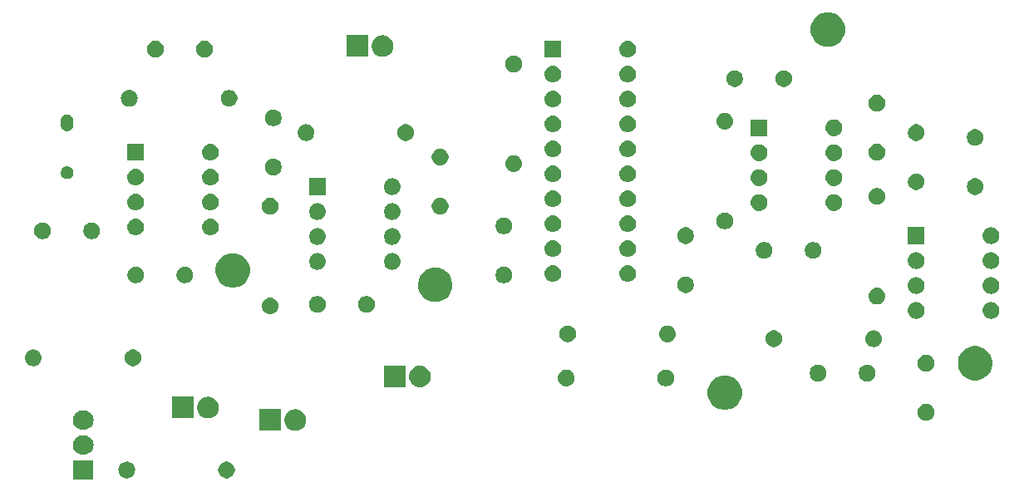
<source format=gbs>
G04 #@! TF.GenerationSoftware,KiCad,Pcbnew,5.1.4-e60b266~84~ubuntu18.04.1*
G04 #@! TF.CreationDate,2019-10-24T11:21:14-04:00*
G04 #@! TF.ProjectId,finalForLayout,66696e61-6c46-46f7-924c-61796f75742e,rev?*
G04 #@! TF.SameCoordinates,Original*
G04 #@! TF.FileFunction,Soldermask,Bot*
G04 #@! TF.FilePolarity,Negative*
%FSLAX46Y46*%
G04 Gerber Fmt 4.6, Leading zero omitted, Abs format (unit mm)*
G04 Created by KiCad (PCBNEW 5.1.4-e60b266~84~ubuntu18.04.1) date 2019-10-24 11:21:14*
%MOMM*%
%LPD*%
G04 APERTURE LIST*
%ADD10C,0.100000*%
G04 APERTURE END LIST*
D10*
G36*
X105191000Y-103873500D02*
G01*
X103089000Y-103873500D01*
X103089000Y-101866500D01*
X105191000Y-101866500D01*
X105191000Y-103873500D01*
X105191000Y-103873500D01*
G37*
G36*
X118993228Y-102051703D02*
G01*
X119148100Y-102115853D01*
X119287481Y-102208985D01*
X119406015Y-102327519D01*
X119499147Y-102466900D01*
X119563297Y-102621772D01*
X119596000Y-102786184D01*
X119596000Y-102953816D01*
X119563297Y-103118228D01*
X119499147Y-103273100D01*
X119406015Y-103412481D01*
X119287481Y-103531015D01*
X119148100Y-103624147D01*
X118993228Y-103688297D01*
X118828816Y-103721000D01*
X118661184Y-103721000D01*
X118496772Y-103688297D01*
X118341900Y-103624147D01*
X118202519Y-103531015D01*
X118083985Y-103412481D01*
X117990853Y-103273100D01*
X117926703Y-103118228D01*
X117894000Y-102953816D01*
X117894000Y-102786184D01*
X117926703Y-102621772D01*
X117990853Y-102466900D01*
X118083985Y-102327519D01*
X118202519Y-102208985D01*
X118341900Y-102115853D01*
X118496772Y-102051703D01*
X118661184Y-102019000D01*
X118828816Y-102019000D01*
X118993228Y-102051703D01*
X118993228Y-102051703D01*
G37*
G36*
X108751823Y-102031313D02*
G01*
X108912242Y-102079976D01*
X108979361Y-102115852D01*
X109060078Y-102158996D01*
X109189659Y-102265341D01*
X109296004Y-102394922D01*
X109296005Y-102394924D01*
X109375024Y-102542758D01*
X109423687Y-102703177D01*
X109440117Y-102870000D01*
X109423687Y-103036823D01*
X109375024Y-103197242D01*
X109334477Y-103273100D01*
X109296004Y-103345078D01*
X109189659Y-103474659D01*
X109060078Y-103581004D01*
X109060076Y-103581005D01*
X108912242Y-103660024D01*
X108751823Y-103708687D01*
X108626804Y-103721000D01*
X108543196Y-103721000D01*
X108418177Y-103708687D01*
X108257758Y-103660024D01*
X108109924Y-103581005D01*
X108109922Y-103581004D01*
X107980341Y-103474659D01*
X107873996Y-103345078D01*
X107835523Y-103273100D01*
X107794976Y-103197242D01*
X107746313Y-103036823D01*
X107729883Y-102870000D01*
X107746313Y-102703177D01*
X107794976Y-102542758D01*
X107873995Y-102394924D01*
X107873996Y-102394922D01*
X107980341Y-102265341D01*
X108109922Y-102158996D01*
X108190639Y-102115852D01*
X108257758Y-102079976D01*
X108418177Y-102031313D01*
X108543196Y-102019000D01*
X108626804Y-102019000D01*
X108751823Y-102031313D01*
X108751823Y-102031313D01*
G37*
G36*
X104285936Y-99331340D02*
G01*
X104384220Y-99341020D01*
X104573381Y-99398401D01*
X104747712Y-99491583D01*
X104900515Y-99616985D01*
X105025917Y-99769788D01*
X105119099Y-99944119D01*
X105176480Y-100133280D01*
X105195855Y-100330000D01*
X105176480Y-100526720D01*
X105119099Y-100715881D01*
X105025917Y-100890212D01*
X104900515Y-101043015D01*
X104747712Y-101168417D01*
X104573381Y-101261599D01*
X104384220Y-101318980D01*
X104285936Y-101328660D01*
X104236795Y-101333500D01*
X104043205Y-101333500D01*
X103994064Y-101328660D01*
X103895780Y-101318980D01*
X103706619Y-101261599D01*
X103532288Y-101168417D01*
X103379485Y-101043015D01*
X103254083Y-100890212D01*
X103160901Y-100715881D01*
X103103520Y-100526720D01*
X103084145Y-100330000D01*
X103103520Y-100133280D01*
X103160901Y-99944119D01*
X103254083Y-99769788D01*
X103379485Y-99616985D01*
X103532288Y-99491583D01*
X103706619Y-99398401D01*
X103895780Y-99341020D01*
X103994064Y-99331340D01*
X104043205Y-99326500D01*
X104236795Y-99326500D01*
X104285936Y-99331340D01*
X104285936Y-99331340D01*
G37*
G36*
X124291000Y-98891000D02*
G01*
X122089000Y-98891000D01*
X122089000Y-96689000D01*
X124291000Y-96689000D01*
X124291000Y-98891000D01*
X124291000Y-98891000D01*
G37*
G36*
X125944794Y-96710155D02*
G01*
X126051150Y-96731311D01*
X126251520Y-96814307D01*
X126431844Y-96934795D01*
X126585205Y-97088156D01*
X126705693Y-97268480D01*
X126705693Y-97268481D01*
X126788689Y-97468850D01*
X126831000Y-97681561D01*
X126831000Y-97898439D01*
X126788689Y-98111150D01*
X126705693Y-98311520D01*
X126585205Y-98491844D01*
X126431844Y-98645205D01*
X126251520Y-98765693D01*
X126151334Y-98807191D01*
X126051150Y-98848689D01*
X125944794Y-98869845D01*
X125838440Y-98891000D01*
X125621560Y-98891000D01*
X125515205Y-98869844D01*
X125408850Y-98848689D01*
X125208480Y-98765693D01*
X125028156Y-98645205D01*
X124874795Y-98491844D01*
X124754307Y-98311520D01*
X124712809Y-98211334D01*
X124671311Y-98111150D01*
X124629000Y-97898439D01*
X124629000Y-97681561D01*
X124671311Y-97468850D01*
X124754307Y-97268481D01*
X124754307Y-97268480D01*
X124874795Y-97088156D01*
X125028156Y-96934795D01*
X125208480Y-96814307D01*
X125408850Y-96731311D01*
X125515205Y-96710156D01*
X125621560Y-96689000D01*
X125838440Y-96689000D01*
X125944794Y-96710155D01*
X125944794Y-96710155D01*
G37*
G36*
X104285936Y-96791340D02*
G01*
X104384220Y-96801020D01*
X104573381Y-96858401D01*
X104747712Y-96951583D01*
X104900515Y-97076985D01*
X105025917Y-97229788D01*
X105119099Y-97404119D01*
X105176480Y-97593280D01*
X105195855Y-97790000D01*
X105176480Y-97986720D01*
X105119099Y-98175881D01*
X105025917Y-98350212D01*
X104900515Y-98503015D01*
X104747712Y-98628417D01*
X104573381Y-98721599D01*
X104384220Y-98778980D01*
X104285936Y-98788660D01*
X104236795Y-98793500D01*
X104043205Y-98793500D01*
X103994064Y-98788660D01*
X103895780Y-98778980D01*
X103706619Y-98721599D01*
X103532288Y-98628417D01*
X103379485Y-98503015D01*
X103254083Y-98350212D01*
X103160901Y-98175881D01*
X103103520Y-97986720D01*
X103084145Y-97790000D01*
X103103520Y-97593280D01*
X103160901Y-97404119D01*
X103254083Y-97229788D01*
X103379485Y-97076985D01*
X103532288Y-96951583D01*
X103706619Y-96858401D01*
X103895780Y-96801020D01*
X103994064Y-96791340D01*
X104043205Y-96786500D01*
X104236795Y-96786500D01*
X104285936Y-96791340D01*
X104285936Y-96791340D01*
G37*
G36*
X190248228Y-96181703D02*
G01*
X190403100Y-96245853D01*
X190542481Y-96338985D01*
X190661015Y-96457519D01*
X190754147Y-96596900D01*
X190818297Y-96751772D01*
X190851000Y-96916184D01*
X190851000Y-97083816D01*
X190818297Y-97248228D01*
X190754147Y-97403100D01*
X190661015Y-97542481D01*
X190542481Y-97661015D01*
X190403100Y-97754147D01*
X190248228Y-97818297D01*
X190083816Y-97851000D01*
X189916184Y-97851000D01*
X189751772Y-97818297D01*
X189596900Y-97754147D01*
X189457519Y-97661015D01*
X189338985Y-97542481D01*
X189245853Y-97403100D01*
X189181703Y-97248228D01*
X189149000Y-97083816D01*
X189149000Y-96916184D01*
X189181703Y-96751772D01*
X189245853Y-96596900D01*
X189338985Y-96457519D01*
X189457519Y-96338985D01*
X189596900Y-96245853D01*
X189751772Y-96181703D01*
X189916184Y-96149000D01*
X190083816Y-96149000D01*
X190248228Y-96181703D01*
X190248228Y-96181703D01*
G37*
G36*
X115401000Y-97621000D02*
G01*
X113199000Y-97621000D01*
X113199000Y-95419000D01*
X115401000Y-95419000D01*
X115401000Y-97621000D01*
X115401000Y-97621000D01*
G37*
G36*
X117054794Y-95440155D02*
G01*
X117161150Y-95461311D01*
X117361520Y-95544307D01*
X117541844Y-95664795D01*
X117695205Y-95818156D01*
X117815693Y-95998480D01*
X117815693Y-95998481D01*
X117898689Y-96198850D01*
X117941000Y-96411561D01*
X117941000Y-96628439D01*
X117898689Y-96841150D01*
X117857191Y-96941334D01*
X117815693Y-97041520D01*
X117695205Y-97221844D01*
X117541844Y-97375205D01*
X117361520Y-97495693D01*
X117261334Y-97537191D01*
X117161150Y-97578689D01*
X117087796Y-97593280D01*
X116948440Y-97621000D01*
X116731560Y-97621000D01*
X116592204Y-97593280D01*
X116518850Y-97578689D01*
X116418666Y-97537191D01*
X116318480Y-97495693D01*
X116138156Y-97375205D01*
X115984795Y-97221844D01*
X115864307Y-97041520D01*
X115822809Y-96941334D01*
X115781311Y-96841150D01*
X115739000Y-96628439D01*
X115739000Y-96411561D01*
X115781311Y-96198850D01*
X115864307Y-95998481D01*
X115864307Y-95998480D01*
X115984795Y-95818156D01*
X116138156Y-95664795D01*
X116318480Y-95544307D01*
X116518850Y-95461311D01*
X116625206Y-95440155D01*
X116731560Y-95419000D01*
X116948440Y-95419000D01*
X117054794Y-95440155D01*
X117054794Y-95440155D01*
G37*
G36*
X169897985Y-93293860D02*
G01*
X170010748Y-93316290D01*
X170116490Y-93360090D01*
X170329408Y-93448283D01*
X170616196Y-93639909D01*
X170860091Y-93883804D01*
X171051717Y-94170592D01*
X171121343Y-94338686D01*
X171148269Y-94403689D01*
X171183710Y-94489253D01*
X171251000Y-94827540D01*
X171251000Y-95172460D01*
X171183710Y-95510747D01*
X171051717Y-95829408D01*
X170860091Y-96116196D01*
X170616196Y-96360091D01*
X170329408Y-96551717D01*
X170144184Y-96628439D01*
X170010748Y-96683710D01*
X169984153Y-96689000D01*
X169672460Y-96751000D01*
X169327540Y-96751000D01*
X169015847Y-96689000D01*
X168989252Y-96683710D01*
X168855816Y-96628439D01*
X168670592Y-96551717D01*
X168383804Y-96360091D01*
X168139909Y-96116196D01*
X167948283Y-95829408D01*
X167816290Y-95510747D01*
X167749000Y-95172460D01*
X167749000Y-94827540D01*
X167816290Y-94489253D01*
X167851732Y-94403689D01*
X167878657Y-94338686D01*
X167948283Y-94170592D01*
X168139909Y-93883804D01*
X168383804Y-93639909D01*
X168670592Y-93448283D01*
X168883510Y-93360090D01*
X168989252Y-93316290D01*
X169102015Y-93293860D01*
X169327540Y-93249000D01*
X169672460Y-93249000D01*
X169897985Y-93293860D01*
X169897985Y-93293860D01*
G37*
G36*
X138559695Y-92248228D02*
G01*
X138751150Y-92286311D01*
X138851334Y-92327809D01*
X138951520Y-92369307D01*
X139131844Y-92489795D01*
X139285205Y-92643156D01*
X139405693Y-92823480D01*
X139412115Y-92838985D01*
X139488689Y-93023850D01*
X139500617Y-93083815D01*
X139531000Y-93236560D01*
X139531000Y-93453440D01*
X139513289Y-93542480D01*
X139505067Y-93583815D01*
X139488689Y-93666149D01*
X139405693Y-93866520D01*
X139285205Y-94046844D01*
X139131844Y-94200205D01*
X138951520Y-94320693D01*
X138908078Y-94338687D01*
X138751150Y-94403689D01*
X138644794Y-94424845D01*
X138538440Y-94446000D01*
X138321560Y-94446000D01*
X138215206Y-94424845D01*
X138108850Y-94403689D01*
X137951922Y-94338687D01*
X137908480Y-94320693D01*
X137728156Y-94200205D01*
X137574795Y-94046844D01*
X137454307Y-93866520D01*
X137371311Y-93666149D01*
X137354934Y-93583815D01*
X137346711Y-93542480D01*
X137329000Y-93453440D01*
X137329000Y-93236560D01*
X137359383Y-93083815D01*
X137371311Y-93023850D01*
X137447885Y-92838985D01*
X137454307Y-92823480D01*
X137574795Y-92643156D01*
X137728156Y-92489795D01*
X137908480Y-92369307D01*
X138008666Y-92327809D01*
X138108850Y-92286311D01*
X138300305Y-92248228D01*
X138321560Y-92244000D01*
X138538440Y-92244000D01*
X138559695Y-92248228D01*
X138559695Y-92248228D01*
G37*
G36*
X136991000Y-94446000D02*
G01*
X134789000Y-94446000D01*
X134789000Y-92244000D01*
X136991000Y-92244000D01*
X136991000Y-94446000D01*
X136991000Y-94446000D01*
G37*
G36*
X163748228Y-92681703D02*
G01*
X163903100Y-92745853D01*
X164042481Y-92838985D01*
X164161015Y-92957519D01*
X164254147Y-93096900D01*
X164318297Y-93251772D01*
X164351000Y-93416184D01*
X164351000Y-93583816D01*
X164318297Y-93748228D01*
X164254147Y-93903100D01*
X164161015Y-94042481D01*
X164042481Y-94161015D01*
X163903100Y-94254147D01*
X163748228Y-94318297D01*
X163583816Y-94351000D01*
X163416184Y-94351000D01*
X163251772Y-94318297D01*
X163096900Y-94254147D01*
X162957519Y-94161015D01*
X162838985Y-94042481D01*
X162745853Y-93903100D01*
X162681703Y-93748228D01*
X162649000Y-93583816D01*
X162649000Y-93416184D01*
X162681703Y-93251772D01*
X162745853Y-93096900D01*
X162838985Y-92957519D01*
X162957519Y-92838985D01*
X163096900Y-92745853D01*
X163251772Y-92681703D01*
X163416184Y-92649000D01*
X163583816Y-92649000D01*
X163748228Y-92681703D01*
X163748228Y-92681703D01*
G37*
G36*
X153506823Y-92661313D02*
G01*
X153667242Y-92709976D01*
X153799906Y-92780886D01*
X153815078Y-92788996D01*
X153944659Y-92895341D01*
X154051004Y-93024922D01*
X154051005Y-93024924D01*
X154130024Y-93172758D01*
X154178687Y-93333177D01*
X154195117Y-93500000D01*
X154178687Y-93666823D01*
X154153152Y-93751000D01*
X154132738Y-93818297D01*
X154130024Y-93827242D01*
X154089477Y-93903100D01*
X154051004Y-93975078D01*
X153944659Y-94104659D01*
X153815078Y-94211004D01*
X153815076Y-94211005D01*
X153667242Y-94290024D01*
X153506823Y-94338687D01*
X153381804Y-94351000D01*
X153298196Y-94351000D01*
X153173177Y-94338687D01*
X153012758Y-94290024D01*
X152864924Y-94211005D01*
X152864922Y-94211004D01*
X152735341Y-94104659D01*
X152628996Y-93975078D01*
X152590523Y-93903100D01*
X152549976Y-93827242D01*
X152547263Y-93818297D01*
X152526848Y-93751000D01*
X152501313Y-93666823D01*
X152484883Y-93500000D01*
X152501313Y-93333177D01*
X152549976Y-93172758D01*
X152628995Y-93024924D01*
X152628996Y-93024922D01*
X152735341Y-92895341D01*
X152864922Y-92788996D01*
X152880094Y-92780886D01*
X153012758Y-92709976D01*
X153173177Y-92661313D01*
X153298196Y-92649000D01*
X153381804Y-92649000D01*
X153506823Y-92661313D01*
X153506823Y-92661313D01*
G37*
G36*
X184248228Y-92181703D02*
G01*
X184403100Y-92245853D01*
X184542481Y-92338985D01*
X184661015Y-92457519D01*
X184754147Y-92596900D01*
X184818297Y-92751772D01*
X184851000Y-92916184D01*
X184851000Y-93083816D01*
X184818297Y-93248228D01*
X184754147Y-93403100D01*
X184661015Y-93542481D01*
X184542481Y-93661015D01*
X184403100Y-93754147D01*
X184248228Y-93818297D01*
X184083816Y-93851000D01*
X183916184Y-93851000D01*
X183751772Y-93818297D01*
X183596900Y-93754147D01*
X183457519Y-93661015D01*
X183338985Y-93542481D01*
X183245853Y-93403100D01*
X183181703Y-93248228D01*
X183149000Y-93083816D01*
X183149000Y-92916184D01*
X183181703Y-92751772D01*
X183245853Y-92596900D01*
X183338985Y-92457519D01*
X183457519Y-92338985D01*
X183596900Y-92245853D01*
X183751772Y-92181703D01*
X183916184Y-92149000D01*
X184083816Y-92149000D01*
X184248228Y-92181703D01*
X184248228Y-92181703D01*
G37*
G36*
X179248228Y-92181703D02*
G01*
X179403100Y-92245853D01*
X179542481Y-92338985D01*
X179661015Y-92457519D01*
X179754147Y-92596900D01*
X179818297Y-92751772D01*
X179851000Y-92916184D01*
X179851000Y-93083816D01*
X179818297Y-93248228D01*
X179754147Y-93403100D01*
X179661015Y-93542481D01*
X179542481Y-93661015D01*
X179403100Y-93754147D01*
X179248228Y-93818297D01*
X179083816Y-93851000D01*
X178916184Y-93851000D01*
X178751772Y-93818297D01*
X178596900Y-93754147D01*
X178457519Y-93661015D01*
X178338985Y-93542481D01*
X178245853Y-93403100D01*
X178181703Y-93248228D01*
X178149000Y-93083816D01*
X178149000Y-92916184D01*
X178181703Y-92751772D01*
X178245853Y-92596900D01*
X178338985Y-92457519D01*
X178457519Y-92338985D01*
X178596900Y-92245853D01*
X178751772Y-92181703D01*
X178916184Y-92149000D01*
X179083816Y-92149000D01*
X179248228Y-92181703D01*
X179248228Y-92181703D01*
G37*
G36*
X195378700Y-90290024D02*
G01*
X195510748Y-90316290D01*
X195594545Y-90351000D01*
X195829408Y-90448283D01*
X196116196Y-90639909D01*
X196360091Y-90883804D01*
X196551717Y-91170592D01*
X196582891Y-91245853D01*
X196670566Y-91457519D01*
X196683710Y-91489253D01*
X196751000Y-91827540D01*
X196751000Y-92172460D01*
X196735928Y-92248229D01*
X196683710Y-92510748D01*
X196648023Y-92596903D01*
X196551717Y-92829408D01*
X196360091Y-93116196D01*
X196116196Y-93360091D01*
X195829408Y-93551717D01*
X195642741Y-93629037D01*
X195510748Y-93683710D01*
X195397985Y-93706140D01*
X195172460Y-93751000D01*
X194827540Y-93751000D01*
X194602015Y-93706140D01*
X194489252Y-93683710D01*
X194357259Y-93629037D01*
X194170592Y-93551717D01*
X193883804Y-93360091D01*
X193639909Y-93116196D01*
X193448283Y-92829408D01*
X193351977Y-92596903D01*
X193316290Y-92510748D01*
X193264072Y-92248229D01*
X193249000Y-92172460D01*
X193249000Y-91827540D01*
X193316290Y-91489253D01*
X193329435Y-91457519D01*
X193417109Y-91245853D01*
X193448283Y-91170592D01*
X193639909Y-90883804D01*
X193883804Y-90639909D01*
X194170592Y-90448283D01*
X194405455Y-90351000D01*
X194489252Y-90316290D01*
X194621300Y-90290024D01*
X194827540Y-90249000D01*
X195172460Y-90249000D01*
X195378700Y-90290024D01*
X195378700Y-90290024D01*
G37*
G36*
X190248228Y-91181703D02*
G01*
X190403100Y-91245853D01*
X190542481Y-91338985D01*
X190661015Y-91457519D01*
X190754147Y-91596900D01*
X190818297Y-91751772D01*
X190851000Y-91916184D01*
X190851000Y-92083816D01*
X190818297Y-92248228D01*
X190754147Y-92403100D01*
X190661015Y-92542481D01*
X190542481Y-92661015D01*
X190403100Y-92754147D01*
X190248228Y-92818297D01*
X190083816Y-92851000D01*
X189916184Y-92851000D01*
X189751772Y-92818297D01*
X189596900Y-92754147D01*
X189457519Y-92661015D01*
X189338985Y-92542481D01*
X189245853Y-92403100D01*
X189181703Y-92248228D01*
X189149000Y-92083816D01*
X189149000Y-91916184D01*
X189181703Y-91751772D01*
X189245853Y-91596900D01*
X189338985Y-91457519D01*
X189457519Y-91338985D01*
X189596900Y-91245853D01*
X189751772Y-91181703D01*
X189916184Y-91149000D01*
X190083816Y-91149000D01*
X190248228Y-91181703D01*
X190248228Y-91181703D01*
G37*
G36*
X99226823Y-90601313D02*
G01*
X99387242Y-90649976D01*
X99454361Y-90685852D01*
X99535078Y-90728996D01*
X99664659Y-90835341D01*
X99771004Y-90964922D01*
X99771005Y-90964924D01*
X99850024Y-91112758D01*
X99898687Y-91273177D01*
X99915117Y-91440000D01*
X99898687Y-91606823D01*
X99850024Y-91767242D01*
X99809477Y-91843100D01*
X99771004Y-91915078D01*
X99664659Y-92044659D01*
X99535078Y-92151004D01*
X99535076Y-92151005D01*
X99387242Y-92230024D01*
X99226823Y-92278687D01*
X99101804Y-92291000D01*
X99018196Y-92291000D01*
X98893177Y-92278687D01*
X98732758Y-92230024D01*
X98584924Y-92151005D01*
X98584922Y-92151004D01*
X98455341Y-92044659D01*
X98348996Y-91915078D01*
X98310523Y-91843100D01*
X98269976Y-91767242D01*
X98221313Y-91606823D01*
X98204883Y-91440000D01*
X98221313Y-91273177D01*
X98269976Y-91112758D01*
X98348995Y-90964924D01*
X98348996Y-90964922D01*
X98455341Y-90835341D01*
X98584922Y-90728996D01*
X98665639Y-90685852D01*
X98732758Y-90649976D01*
X98893177Y-90601313D01*
X99018196Y-90589000D01*
X99101804Y-90589000D01*
X99226823Y-90601313D01*
X99226823Y-90601313D01*
G37*
G36*
X109468228Y-90621703D02*
G01*
X109623100Y-90685853D01*
X109762481Y-90778985D01*
X109881015Y-90897519D01*
X109974147Y-91036900D01*
X110038297Y-91191772D01*
X110071000Y-91356184D01*
X110071000Y-91523816D01*
X110038297Y-91688228D01*
X109974147Y-91843100D01*
X109881015Y-91982481D01*
X109762481Y-92101015D01*
X109623100Y-92194147D01*
X109468228Y-92258297D01*
X109303816Y-92291000D01*
X109136184Y-92291000D01*
X108971772Y-92258297D01*
X108816900Y-92194147D01*
X108677519Y-92101015D01*
X108558985Y-91982481D01*
X108465853Y-91843100D01*
X108401703Y-91688228D01*
X108369000Y-91523816D01*
X108369000Y-91356184D01*
X108401703Y-91191772D01*
X108465853Y-91036900D01*
X108558985Y-90897519D01*
X108677519Y-90778985D01*
X108816900Y-90685853D01*
X108971772Y-90621703D01*
X109136184Y-90589000D01*
X109303816Y-90589000D01*
X109468228Y-90621703D01*
X109468228Y-90621703D01*
G37*
G36*
X184826823Y-88661313D02*
G01*
X184987242Y-88709976D01*
X185119906Y-88780886D01*
X185135078Y-88788996D01*
X185264659Y-88895341D01*
X185371004Y-89024922D01*
X185371005Y-89024924D01*
X185450024Y-89172758D01*
X185498687Y-89333177D01*
X185515117Y-89500000D01*
X185498687Y-89666823D01*
X185472197Y-89754147D01*
X185452738Y-89818297D01*
X185450024Y-89827242D01*
X185409477Y-89903100D01*
X185371004Y-89975078D01*
X185264659Y-90104659D01*
X185135078Y-90211004D01*
X185135076Y-90211005D01*
X184987242Y-90290024D01*
X184826823Y-90338687D01*
X184701804Y-90351000D01*
X184618196Y-90351000D01*
X184493177Y-90338687D01*
X184332758Y-90290024D01*
X184184924Y-90211005D01*
X184184922Y-90211004D01*
X184055341Y-90104659D01*
X183948996Y-89975078D01*
X183910523Y-89903100D01*
X183869976Y-89827242D01*
X183867263Y-89818297D01*
X183847803Y-89754147D01*
X183821313Y-89666823D01*
X183804883Y-89500000D01*
X183821313Y-89333177D01*
X183869976Y-89172758D01*
X183948995Y-89024924D01*
X183948996Y-89024922D01*
X184055341Y-88895341D01*
X184184922Y-88788996D01*
X184200094Y-88780886D01*
X184332758Y-88709976D01*
X184493177Y-88661313D01*
X184618196Y-88649000D01*
X184701804Y-88649000D01*
X184826823Y-88661313D01*
X184826823Y-88661313D01*
G37*
G36*
X174748228Y-88681703D02*
G01*
X174903100Y-88745853D01*
X175042481Y-88838985D01*
X175161015Y-88957519D01*
X175254147Y-89096900D01*
X175318297Y-89251772D01*
X175351000Y-89416184D01*
X175351000Y-89583816D01*
X175318297Y-89748228D01*
X175254147Y-89903100D01*
X175161015Y-90042481D01*
X175042481Y-90161015D01*
X174903100Y-90254147D01*
X174748228Y-90318297D01*
X174583816Y-90351000D01*
X174416184Y-90351000D01*
X174251772Y-90318297D01*
X174096900Y-90254147D01*
X173957519Y-90161015D01*
X173838985Y-90042481D01*
X173745853Y-89903100D01*
X173681703Y-89748228D01*
X173649000Y-89583816D01*
X173649000Y-89416184D01*
X173681703Y-89251772D01*
X173745853Y-89096900D01*
X173838985Y-88957519D01*
X173957519Y-88838985D01*
X174096900Y-88745853D01*
X174251772Y-88681703D01*
X174416184Y-88649000D01*
X174583816Y-88649000D01*
X174748228Y-88681703D01*
X174748228Y-88681703D01*
G37*
G36*
X163826823Y-88161313D02*
G01*
X163987242Y-88209976D01*
X164054361Y-88245852D01*
X164135078Y-88288996D01*
X164264659Y-88395341D01*
X164371004Y-88524922D01*
X164371005Y-88524924D01*
X164450024Y-88672758D01*
X164450025Y-88672761D01*
X164452738Y-88681705D01*
X164498687Y-88833177D01*
X164515117Y-89000000D01*
X164498687Y-89166823D01*
X164450024Y-89327242D01*
X164409477Y-89403100D01*
X164371004Y-89475078D01*
X164264659Y-89604659D01*
X164135078Y-89711004D01*
X164135076Y-89711005D01*
X163987242Y-89790024D01*
X163826823Y-89838687D01*
X163701804Y-89851000D01*
X163618196Y-89851000D01*
X163493177Y-89838687D01*
X163332758Y-89790024D01*
X163184924Y-89711005D01*
X163184922Y-89711004D01*
X163055341Y-89604659D01*
X162948996Y-89475078D01*
X162910523Y-89403100D01*
X162869976Y-89327242D01*
X162821313Y-89166823D01*
X162804883Y-89000000D01*
X162821313Y-88833177D01*
X162867262Y-88681705D01*
X162869975Y-88672761D01*
X162869976Y-88672758D01*
X162948995Y-88524924D01*
X162948996Y-88524922D01*
X163055341Y-88395341D01*
X163184922Y-88288996D01*
X163265639Y-88245852D01*
X163332758Y-88209976D01*
X163493177Y-88161313D01*
X163618196Y-88149000D01*
X163701804Y-88149000D01*
X163826823Y-88161313D01*
X163826823Y-88161313D01*
G37*
G36*
X153748228Y-88181703D02*
G01*
X153903100Y-88245853D01*
X154042481Y-88338985D01*
X154161015Y-88457519D01*
X154254147Y-88596900D01*
X154318297Y-88751772D01*
X154351000Y-88916184D01*
X154351000Y-89083816D01*
X154318297Y-89248228D01*
X154254147Y-89403100D01*
X154161015Y-89542481D01*
X154042481Y-89661015D01*
X153903100Y-89754147D01*
X153748228Y-89818297D01*
X153583816Y-89851000D01*
X153416184Y-89851000D01*
X153251772Y-89818297D01*
X153096900Y-89754147D01*
X152957519Y-89661015D01*
X152838985Y-89542481D01*
X152745853Y-89403100D01*
X152681703Y-89248228D01*
X152649000Y-89083816D01*
X152649000Y-88916184D01*
X152681703Y-88751772D01*
X152745853Y-88596900D01*
X152838985Y-88457519D01*
X152957519Y-88338985D01*
X153096900Y-88245853D01*
X153251772Y-88181703D01*
X153416184Y-88149000D01*
X153583816Y-88149000D01*
X153748228Y-88181703D01*
X153748228Y-88181703D01*
G37*
G36*
X196786823Y-85781313D02*
G01*
X196947242Y-85829976D01*
X197079906Y-85900886D01*
X197095078Y-85908996D01*
X197224659Y-86015341D01*
X197331004Y-86144922D01*
X197331005Y-86144924D01*
X197410024Y-86292758D01*
X197458687Y-86453177D01*
X197475117Y-86620000D01*
X197458687Y-86786823D01*
X197410024Y-86947242D01*
X197339114Y-87079906D01*
X197331004Y-87095078D01*
X197224659Y-87224659D01*
X197095078Y-87331004D01*
X197095076Y-87331005D01*
X196947242Y-87410024D01*
X196786823Y-87458687D01*
X196661804Y-87471000D01*
X196578196Y-87471000D01*
X196453177Y-87458687D01*
X196292758Y-87410024D01*
X196144924Y-87331005D01*
X196144922Y-87331004D01*
X196015341Y-87224659D01*
X195908996Y-87095078D01*
X195900886Y-87079906D01*
X195829976Y-86947242D01*
X195781313Y-86786823D01*
X195764883Y-86620000D01*
X195781313Y-86453177D01*
X195829976Y-86292758D01*
X195908995Y-86144924D01*
X195908996Y-86144922D01*
X196015341Y-86015341D01*
X196144922Y-85908996D01*
X196160094Y-85900886D01*
X196292758Y-85829976D01*
X196453177Y-85781313D01*
X196578196Y-85769000D01*
X196661804Y-85769000D01*
X196786823Y-85781313D01*
X196786823Y-85781313D01*
G37*
G36*
X189166823Y-85781313D02*
G01*
X189327242Y-85829976D01*
X189459906Y-85900886D01*
X189475078Y-85908996D01*
X189604659Y-86015341D01*
X189711004Y-86144922D01*
X189711005Y-86144924D01*
X189790024Y-86292758D01*
X189838687Y-86453177D01*
X189855117Y-86620000D01*
X189838687Y-86786823D01*
X189790024Y-86947242D01*
X189719114Y-87079906D01*
X189711004Y-87095078D01*
X189604659Y-87224659D01*
X189475078Y-87331004D01*
X189475076Y-87331005D01*
X189327242Y-87410024D01*
X189166823Y-87458687D01*
X189041804Y-87471000D01*
X188958196Y-87471000D01*
X188833177Y-87458687D01*
X188672758Y-87410024D01*
X188524924Y-87331005D01*
X188524922Y-87331004D01*
X188395341Y-87224659D01*
X188288996Y-87095078D01*
X188280886Y-87079906D01*
X188209976Y-86947242D01*
X188161313Y-86786823D01*
X188144883Y-86620000D01*
X188161313Y-86453177D01*
X188209976Y-86292758D01*
X188288995Y-86144924D01*
X188288996Y-86144922D01*
X188395341Y-86015341D01*
X188524922Y-85908996D01*
X188540094Y-85900886D01*
X188672758Y-85829976D01*
X188833177Y-85781313D01*
X188958196Y-85769000D01*
X189041804Y-85769000D01*
X189166823Y-85781313D01*
X189166823Y-85781313D01*
G37*
G36*
X123356823Y-85321313D02*
G01*
X123517242Y-85369976D01*
X123649906Y-85440886D01*
X123665078Y-85448996D01*
X123794659Y-85555341D01*
X123901004Y-85684922D01*
X123901005Y-85684924D01*
X123980024Y-85832758D01*
X124028687Y-85993177D01*
X124045117Y-86160000D01*
X124028687Y-86326823D01*
X123980024Y-86487242D01*
X123950498Y-86542481D01*
X123901004Y-86635078D01*
X123794659Y-86764659D01*
X123665078Y-86871004D01*
X123665076Y-86871005D01*
X123517242Y-86950024D01*
X123356823Y-86998687D01*
X123231804Y-87011000D01*
X123148196Y-87011000D01*
X123023177Y-86998687D01*
X122862758Y-86950024D01*
X122714924Y-86871005D01*
X122714922Y-86871004D01*
X122585341Y-86764659D01*
X122478996Y-86635078D01*
X122429502Y-86542481D01*
X122399976Y-86487242D01*
X122351313Y-86326823D01*
X122334883Y-86160000D01*
X122351313Y-85993177D01*
X122399976Y-85832758D01*
X122478995Y-85684924D01*
X122478996Y-85684922D01*
X122585341Y-85555341D01*
X122714922Y-85448996D01*
X122730094Y-85440886D01*
X122862758Y-85369976D01*
X123023177Y-85321313D01*
X123148196Y-85309000D01*
X123231804Y-85309000D01*
X123356823Y-85321313D01*
X123356823Y-85321313D01*
G37*
G36*
X128248228Y-85181703D02*
G01*
X128403100Y-85245853D01*
X128542481Y-85338985D01*
X128661015Y-85457519D01*
X128754147Y-85596900D01*
X128818297Y-85751772D01*
X128851000Y-85916184D01*
X128851000Y-86083816D01*
X128818297Y-86248228D01*
X128754147Y-86403100D01*
X128661015Y-86542481D01*
X128542481Y-86661015D01*
X128403100Y-86754147D01*
X128248228Y-86818297D01*
X128083816Y-86851000D01*
X127916184Y-86851000D01*
X127751772Y-86818297D01*
X127596900Y-86754147D01*
X127457519Y-86661015D01*
X127338985Y-86542481D01*
X127245853Y-86403100D01*
X127181703Y-86248228D01*
X127149000Y-86083816D01*
X127149000Y-85916184D01*
X127181703Y-85751772D01*
X127245853Y-85596900D01*
X127338985Y-85457519D01*
X127457519Y-85338985D01*
X127596900Y-85245853D01*
X127751772Y-85181703D01*
X127916184Y-85149000D01*
X128083816Y-85149000D01*
X128248228Y-85181703D01*
X128248228Y-85181703D01*
G37*
G36*
X133248228Y-85181703D02*
G01*
X133403100Y-85245853D01*
X133542481Y-85338985D01*
X133661015Y-85457519D01*
X133754147Y-85596900D01*
X133818297Y-85751772D01*
X133851000Y-85916184D01*
X133851000Y-86083816D01*
X133818297Y-86248228D01*
X133754147Y-86403100D01*
X133661015Y-86542481D01*
X133542481Y-86661015D01*
X133403100Y-86754147D01*
X133248228Y-86818297D01*
X133083816Y-86851000D01*
X132916184Y-86851000D01*
X132751772Y-86818297D01*
X132596900Y-86754147D01*
X132457519Y-86661015D01*
X132338985Y-86542481D01*
X132245853Y-86403100D01*
X132181703Y-86248228D01*
X132149000Y-86083816D01*
X132149000Y-85916184D01*
X132181703Y-85751772D01*
X132245853Y-85596900D01*
X132338985Y-85457519D01*
X132457519Y-85338985D01*
X132596900Y-85245853D01*
X132751772Y-85181703D01*
X132916184Y-85149000D01*
X133083816Y-85149000D01*
X133248228Y-85181703D01*
X133248228Y-85181703D01*
G37*
G36*
X185166823Y-84321313D02*
G01*
X185327242Y-84369976D01*
X185459906Y-84440886D01*
X185475078Y-84448996D01*
X185604659Y-84555341D01*
X185711004Y-84684922D01*
X185711005Y-84684924D01*
X185790024Y-84832758D01*
X185838687Y-84993177D01*
X185855117Y-85160000D01*
X185838687Y-85326823D01*
X185790024Y-85487242D01*
X185731409Y-85596903D01*
X185711004Y-85635078D01*
X185604659Y-85764659D01*
X185475078Y-85871004D01*
X185475076Y-85871005D01*
X185327242Y-85950024D01*
X185166823Y-85998687D01*
X185041804Y-86011000D01*
X184958196Y-86011000D01*
X184833177Y-85998687D01*
X184672758Y-85950024D01*
X184524924Y-85871005D01*
X184524922Y-85871004D01*
X184395341Y-85764659D01*
X184288996Y-85635078D01*
X184268591Y-85596903D01*
X184209976Y-85487242D01*
X184161313Y-85326823D01*
X184144883Y-85160000D01*
X184161313Y-84993177D01*
X184209976Y-84832758D01*
X184288995Y-84684924D01*
X184288996Y-84684922D01*
X184395341Y-84555341D01*
X184524922Y-84448996D01*
X184540094Y-84440886D01*
X184672758Y-84369976D01*
X184833177Y-84321313D01*
X184958196Y-84309000D01*
X185041804Y-84309000D01*
X185166823Y-84321313D01*
X185166823Y-84321313D01*
G37*
G36*
X140397985Y-82293860D02*
G01*
X140510748Y-82316290D01*
X140565538Y-82338985D01*
X140829408Y-82448283D01*
X141116196Y-82639909D01*
X141360091Y-82883804D01*
X141551717Y-83170592D01*
X141583875Y-83248229D01*
X141677948Y-83475341D01*
X141683710Y-83489253D01*
X141751000Y-83827540D01*
X141751000Y-84172460D01*
X141711711Y-84369976D01*
X141683710Y-84510748D01*
X141665348Y-84555078D01*
X141551717Y-84829408D01*
X141360091Y-85116196D01*
X141116196Y-85360091D01*
X140829408Y-85551717D01*
X140642741Y-85629037D01*
X140510748Y-85683710D01*
X140397985Y-85706140D01*
X140172460Y-85751000D01*
X139827540Y-85751000D01*
X139602015Y-85706140D01*
X139489252Y-85683710D01*
X139357259Y-85629037D01*
X139170592Y-85551717D01*
X138883804Y-85360091D01*
X138639909Y-85116196D01*
X138448283Y-84829408D01*
X138334652Y-84555078D01*
X138316290Y-84510748D01*
X138288289Y-84369976D01*
X138249000Y-84172460D01*
X138249000Y-83827540D01*
X138316290Y-83489253D01*
X138322053Y-83475341D01*
X138416125Y-83248229D01*
X138448283Y-83170592D01*
X138639909Y-82883804D01*
X138883804Y-82639909D01*
X139170592Y-82448283D01*
X139434462Y-82338985D01*
X139489252Y-82316290D01*
X139602015Y-82293860D01*
X139827540Y-82249000D01*
X140172460Y-82249000D01*
X140397985Y-82293860D01*
X140397985Y-82293860D01*
G37*
G36*
X189166823Y-83241313D02*
G01*
X189327242Y-83289976D01*
X189418931Y-83338985D01*
X189475078Y-83368996D01*
X189604659Y-83475341D01*
X189711004Y-83604922D01*
X189711005Y-83604924D01*
X189790024Y-83752758D01*
X189838687Y-83913177D01*
X189855117Y-84080000D01*
X189838687Y-84246823D01*
X189816090Y-84321314D01*
X189791281Y-84403100D01*
X189790024Y-84407242D01*
X189767706Y-84448996D01*
X189711004Y-84555078D01*
X189604659Y-84684659D01*
X189475078Y-84791004D01*
X189475076Y-84791005D01*
X189327242Y-84870024D01*
X189166823Y-84918687D01*
X189041804Y-84931000D01*
X188958196Y-84931000D01*
X188833177Y-84918687D01*
X188672758Y-84870024D01*
X188524924Y-84791005D01*
X188524922Y-84791004D01*
X188395341Y-84684659D01*
X188288996Y-84555078D01*
X188232294Y-84448996D01*
X188209976Y-84407242D01*
X188208720Y-84403100D01*
X188183910Y-84321314D01*
X188161313Y-84246823D01*
X188144883Y-84080000D01*
X188161313Y-83913177D01*
X188209976Y-83752758D01*
X188288995Y-83604924D01*
X188288996Y-83604922D01*
X188395341Y-83475341D01*
X188524922Y-83368996D01*
X188581069Y-83338985D01*
X188672758Y-83289976D01*
X188833177Y-83241313D01*
X188958196Y-83229000D01*
X189041804Y-83229000D01*
X189166823Y-83241313D01*
X189166823Y-83241313D01*
G37*
G36*
X196786823Y-83241313D02*
G01*
X196947242Y-83289976D01*
X197038931Y-83338985D01*
X197095078Y-83368996D01*
X197224659Y-83475341D01*
X197331004Y-83604922D01*
X197331005Y-83604924D01*
X197410024Y-83752758D01*
X197458687Y-83913177D01*
X197475117Y-84080000D01*
X197458687Y-84246823D01*
X197436090Y-84321314D01*
X197411281Y-84403100D01*
X197410024Y-84407242D01*
X197387706Y-84448996D01*
X197331004Y-84555078D01*
X197224659Y-84684659D01*
X197095078Y-84791004D01*
X197095076Y-84791005D01*
X196947242Y-84870024D01*
X196786823Y-84918687D01*
X196661804Y-84931000D01*
X196578196Y-84931000D01*
X196453177Y-84918687D01*
X196292758Y-84870024D01*
X196144924Y-84791005D01*
X196144922Y-84791004D01*
X196015341Y-84684659D01*
X195908996Y-84555078D01*
X195852294Y-84448996D01*
X195829976Y-84407242D01*
X195828720Y-84403100D01*
X195803910Y-84321314D01*
X195781313Y-84246823D01*
X195764883Y-84080000D01*
X195781313Y-83913177D01*
X195829976Y-83752758D01*
X195908995Y-83604924D01*
X195908996Y-83604922D01*
X196015341Y-83475341D01*
X196144922Y-83368996D01*
X196201069Y-83338985D01*
X196292758Y-83289976D01*
X196453177Y-83241313D01*
X196578196Y-83229000D01*
X196661804Y-83229000D01*
X196786823Y-83241313D01*
X196786823Y-83241313D01*
G37*
G36*
X165748228Y-83181703D02*
G01*
X165903100Y-83245853D01*
X166042481Y-83338985D01*
X166161015Y-83457519D01*
X166254147Y-83596900D01*
X166318297Y-83751772D01*
X166351000Y-83916184D01*
X166351000Y-84083816D01*
X166318297Y-84248228D01*
X166254147Y-84403100D01*
X166161015Y-84542481D01*
X166042481Y-84661015D01*
X165903100Y-84754147D01*
X165748228Y-84818297D01*
X165583816Y-84851000D01*
X165416184Y-84851000D01*
X165251772Y-84818297D01*
X165096900Y-84754147D01*
X164957519Y-84661015D01*
X164838985Y-84542481D01*
X164745853Y-84403100D01*
X164681703Y-84248228D01*
X164649000Y-84083816D01*
X164649000Y-83916184D01*
X164681703Y-83751772D01*
X164745853Y-83596900D01*
X164838985Y-83457519D01*
X164957519Y-83338985D01*
X165096900Y-83245853D01*
X165251772Y-83181703D01*
X165416184Y-83149000D01*
X165583816Y-83149000D01*
X165748228Y-83181703D01*
X165748228Y-83181703D01*
G37*
G36*
X119777985Y-80843860D02*
G01*
X119890748Y-80866290D01*
X119979615Y-80903100D01*
X120209408Y-80998283D01*
X120496196Y-81189909D01*
X120740091Y-81433804D01*
X120931717Y-81720592D01*
X120959151Y-81786825D01*
X121056280Y-82021314D01*
X121063710Y-82039253D01*
X121131000Y-82377540D01*
X121131000Y-82722460D01*
X121063710Y-83060747D01*
X120931717Y-83379408D01*
X120740091Y-83666196D01*
X120496196Y-83910091D01*
X120209408Y-84101717D01*
X120038623Y-84172458D01*
X119890748Y-84233710D01*
X119824824Y-84246823D01*
X119552460Y-84301000D01*
X119207540Y-84301000D01*
X118935176Y-84246823D01*
X118869252Y-84233710D01*
X118721377Y-84172458D01*
X118550592Y-84101717D01*
X118263804Y-83910091D01*
X118019909Y-83666196D01*
X117828283Y-83379408D01*
X117696290Y-83060747D01*
X117629000Y-82722460D01*
X117629000Y-82377540D01*
X117696290Y-82039253D01*
X117703721Y-82021314D01*
X117800849Y-81786825D01*
X117828283Y-81720592D01*
X118019909Y-81433804D01*
X118263804Y-81189909D01*
X118550592Y-80998283D01*
X118780385Y-80903100D01*
X118869252Y-80866290D01*
X118982015Y-80843860D01*
X119207540Y-80799000D01*
X119552460Y-80799000D01*
X119777985Y-80843860D01*
X119777985Y-80843860D01*
G37*
G36*
X114748228Y-82181703D02*
G01*
X114903100Y-82245853D01*
X115042481Y-82338985D01*
X115161015Y-82457519D01*
X115254147Y-82596900D01*
X115318297Y-82751772D01*
X115351000Y-82916184D01*
X115351000Y-83083816D01*
X115318297Y-83248228D01*
X115254147Y-83403100D01*
X115161015Y-83542481D01*
X115042481Y-83661015D01*
X114903100Y-83754147D01*
X114748228Y-83818297D01*
X114583816Y-83851000D01*
X114416184Y-83851000D01*
X114251772Y-83818297D01*
X114096900Y-83754147D01*
X113957519Y-83661015D01*
X113838985Y-83542481D01*
X113745853Y-83403100D01*
X113681703Y-83248228D01*
X113649000Y-83083816D01*
X113649000Y-82916184D01*
X113681703Y-82751772D01*
X113745853Y-82596900D01*
X113838985Y-82457519D01*
X113957519Y-82338985D01*
X114096900Y-82245853D01*
X114251772Y-82181703D01*
X114416184Y-82149000D01*
X114583816Y-82149000D01*
X114748228Y-82181703D01*
X114748228Y-82181703D01*
G37*
G36*
X109748228Y-82181703D02*
G01*
X109903100Y-82245853D01*
X110042481Y-82338985D01*
X110161015Y-82457519D01*
X110254147Y-82596900D01*
X110318297Y-82751772D01*
X110351000Y-82916184D01*
X110351000Y-83083816D01*
X110318297Y-83248228D01*
X110254147Y-83403100D01*
X110161015Y-83542481D01*
X110042481Y-83661015D01*
X109903100Y-83754147D01*
X109748228Y-83818297D01*
X109583816Y-83851000D01*
X109416184Y-83851000D01*
X109251772Y-83818297D01*
X109096900Y-83754147D01*
X108957519Y-83661015D01*
X108838985Y-83542481D01*
X108745853Y-83403100D01*
X108681703Y-83248228D01*
X108649000Y-83083816D01*
X108649000Y-82916184D01*
X108681703Y-82751772D01*
X108745853Y-82596900D01*
X108838985Y-82457519D01*
X108957519Y-82338985D01*
X109096900Y-82245853D01*
X109251772Y-82181703D01*
X109416184Y-82149000D01*
X109583816Y-82149000D01*
X109748228Y-82181703D01*
X109748228Y-82181703D01*
G37*
G36*
X147248228Y-82181703D02*
G01*
X147403100Y-82245853D01*
X147542481Y-82338985D01*
X147661015Y-82457519D01*
X147754147Y-82596900D01*
X147818297Y-82751772D01*
X147851000Y-82916184D01*
X147851000Y-83083816D01*
X147818297Y-83248228D01*
X147754147Y-83403100D01*
X147661015Y-83542481D01*
X147542481Y-83661015D01*
X147403100Y-83754147D01*
X147248228Y-83818297D01*
X147083816Y-83851000D01*
X146916184Y-83851000D01*
X146751772Y-83818297D01*
X146596900Y-83754147D01*
X146457519Y-83661015D01*
X146338985Y-83542481D01*
X146245853Y-83403100D01*
X146181703Y-83248228D01*
X146149000Y-83083816D01*
X146149000Y-82916184D01*
X146181703Y-82751772D01*
X146245853Y-82596900D01*
X146338985Y-82457519D01*
X146457519Y-82338985D01*
X146596900Y-82245853D01*
X146751772Y-82181703D01*
X146916184Y-82149000D01*
X147083816Y-82149000D01*
X147248228Y-82181703D01*
X147248228Y-82181703D01*
G37*
G36*
X159786823Y-82021313D02*
G01*
X159947242Y-82069976D01*
X159994204Y-82095078D01*
X160095078Y-82148996D01*
X160224659Y-82255341D01*
X160331004Y-82384922D01*
X160331005Y-82384924D01*
X160410024Y-82532758D01*
X160458687Y-82693177D01*
X160475117Y-82860000D01*
X160458687Y-83026823D01*
X160410024Y-83187242D01*
X160355112Y-83289975D01*
X160331004Y-83335078D01*
X160224659Y-83464659D01*
X160095078Y-83571004D01*
X160095076Y-83571005D01*
X159947242Y-83650024D01*
X159786823Y-83698687D01*
X159661804Y-83711000D01*
X159578196Y-83711000D01*
X159453177Y-83698687D01*
X159292758Y-83650024D01*
X159144924Y-83571005D01*
X159144922Y-83571004D01*
X159015341Y-83464659D01*
X158908996Y-83335078D01*
X158884888Y-83289975D01*
X158829976Y-83187242D01*
X158781313Y-83026823D01*
X158764883Y-82860000D01*
X158781313Y-82693177D01*
X158829976Y-82532758D01*
X158908995Y-82384924D01*
X158908996Y-82384922D01*
X159015341Y-82255341D01*
X159144922Y-82148996D01*
X159245796Y-82095078D01*
X159292758Y-82069976D01*
X159453177Y-82021313D01*
X159578196Y-82009000D01*
X159661804Y-82009000D01*
X159786823Y-82021313D01*
X159786823Y-82021313D01*
G37*
G36*
X152166823Y-82021313D02*
G01*
X152327242Y-82069976D01*
X152374204Y-82095078D01*
X152475078Y-82148996D01*
X152604659Y-82255341D01*
X152711004Y-82384922D01*
X152711005Y-82384924D01*
X152790024Y-82532758D01*
X152838687Y-82693177D01*
X152855117Y-82860000D01*
X152838687Y-83026823D01*
X152790024Y-83187242D01*
X152735112Y-83289975D01*
X152711004Y-83335078D01*
X152604659Y-83464659D01*
X152475078Y-83571004D01*
X152475076Y-83571005D01*
X152327242Y-83650024D01*
X152166823Y-83698687D01*
X152041804Y-83711000D01*
X151958196Y-83711000D01*
X151833177Y-83698687D01*
X151672758Y-83650024D01*
X151524924Y-83571005D01*
X151524922Y-83571004D01*
X151395341Y-83464659D01*
X151288996Y-83335078D01*
X151264888Y-83289975D01*
X151209976Y-83187242D01*
X151161313Y-83026823D01*
X151144883Y-82860000D01*
X151161313Y-82693177D01*
X151209976Y-82532758D01*
X151288995Y-82384924D01*
X151288996Y-82384922D01*
X151395341Y-82255341D01*
X151524922Y-82148996D01*
X151625796Y-82095078D01*
X151672758Y-82069976D01*
X151833177Y-82021313D01*
X151958196Y-82009000D01*
X152041804Y-82009000D01*
X152166823Y-82021313D01*
X152166823Y-82021313D01*
G37*
G36*
X135786823Y-80781313D02*
G01*
X135917380Y-80820917D01*
X135944012Y-80828996D01*
X135947242Y-80829976D01*
X136079906Y-80900886D01*
X136095078Y-80908996D01*
X136224659Y-81015341D01*
X136331004Y-81144922D01*
X136331005Y-81144924D01*
X136410024Y-81292758D01*
X136458687Y-81453177D01*
X136475117Y-81620000D01*
X136458687Y-81786823D01*
X136410024Y-81947242D01*
X136360843Y-82039253D01*
X136331004Y-82095078D01*
X136224659Y-82224659D01*
X136095078Y-82331004D01*
X136095076Y-82331005D01*
X135947242Y-82410024D01*
X135786823Y-82458687D01*
X135661804Y-82471000D01*
X135578196Y-82471000D01*
X135453177Y-82458687D01*
X135292758Y-82410024D01*
X135144924Y-82331005D01*
X135144922Y-82331004D01*
X135015341Y-82224659D01*
X134908996Y-82095078D01*
X134879157Y-82039253D01*
X134829976Y-81947242D01*
X134781313Y-81786823D01*
X134764883Y-81620000D01*
X134781313Y-81453177D01*
X134829976Y-81292758D01*
X134908995Y-81144924D01*
X134908996Y-81144922D01*
X135015341Y-81015341D01*
X135144922Y-80908996D01*
X135160094Y-80900886D01*
X135292758Y-80829976D01*
X135295989Y-80828996D01*
X135322620Y-80820917D01*
X135453177Y-80781313D01*
X135578196Y-80769000D01*
X135661804Y-80769000D01*
X135786823Y-80781313D01*
X135786823Y-80781313D01*
G37*
G36*
X128166823Y-80781313D02*
G01*
X128297380Y-80820917D01*
X128324012Y-80828996D01*
X128327242Y-80829976D01*
X128459906Y-80900886D01*
X128475078Y-80908996D01*
X128604659Y-81015341D01*
X128711004Y-81144922D01*
X128711005Y-81144924D01*
X128790024Y-81292758D01*
X128838687Y-81453177D01*
X128855117Y-81620000D01*
X128838687Y-81786823D01*
X128790024Y-81947242D01*
X128740843Y-82039253D01*
X128711004Y-82095078D01*
X128604659Y-82224659D01*
X128475078Y-82331004D01*
X128475076Y-82331005D01*
X128327242Y-82410024D01*
X128166823Y-82458687D01*
X128041804Y-82471000D01*
X127958196Y-82471000D01*
X127833177Y-82458687D01*
X127672758Y-82410024D01*
X127524924Y-82331005D01*
X127524922Y-82331004D01*
X127395341Y-82224659D01*
X127288996Y-82095078D01*
X127259157Y-82039253D01*
X127209976Y-81947242D01*
X127161313Y-81786823D01*
X127144883Y-81620000D01*
X127161313Y-81453177D01*
X127209976Y-81292758D01*
X127288995Y-81144924D01*
X127288996Y-81144922D01*
X127395341Y-81015341D01*
X127524922Y-80908996D01*
X127540094Y-80900886D01*
X127672758Y-80829976D01*
X127675989Y-80828996D01*
X127702620Y-80820917D01*
X127833177Y-80781313D01*
X127958196Y-80769000D01*
X128041804Y-80769000D01*
X128166823Y-80781313D01*
X128166823Y-80781313D01*
G37*
G36*
X196786823Y-80701313D02*
G01*
X196947242Y-80749976D01*
X197038959Y-80799000D01*
X197095078Y-80828996D01*
X197224659Y-80935341D01*
X197331004Y-81064922D01*
X197331005Y-81064924D01*
X197410024Y-81212758D01*
X197458687Y-81373177D01*
X197475117Y-81540000D01*
X197458687Y-81706823D01*
X197410024Y-81867242D01*
X197367263Y-81947242D01*
X197331004Y-82015078D01*
X197224659Y-82144659D01*
X197095078Y-82251004D01*
X197095076Y-82251005D01*
X196947242Y-82330024D01*
X196947239Y-82330025D01*
X196944008Y-82331005D01*
X196786823Y-82378687D01*
X196661804Y-82391000D01*
X196578196Y-82391000D01*
X196453177Y-82378687D01*
X196295992Y-82331005D01*
X196292761Y-82330025D01*
X196292758Y-82330024D01*
X196144924Y-82251005D01*
X196144922Y-82251004D01*
X196015341Y-82144659D01*
X195908996Y-82015078D01*
X195872737Y-81947242D01*
X195829976Y-81867242D01*
X195781313Y-81706823D01*
X195764883Y-81540000D01*
X195781313Y-81373177D01*
X195829976Y-81212758D01*
X195908995Y-81064924D01*
X195908996Y-81064922D01*
X196015341Y-80935341D01*
X196144922Y-80828996D01*
X196201041Y-80799000D01*
X196292758Y-80749976D01*
X196453177Y-80701313D01*
X196578196Y-80689000D01*
X196661804Y-80689000D01*
X196786823Y-80701313D01*
X196786823Y-80701313D01*
G37*
G36*
X189166823Y-80701313D02*
G01*
X189327242Y-80749976D01*
X189418959Y-80799000D01*
X189475078Y-80828996D01*
X189604659Y-80935341D01*
X189711004Y-81064922D01*
X189711005Y-81064924D01*
X189790024Y-81212758D01*
X189838687Y-81373177D01*
X189855117Y-81540000D01*
X189838687Y-81706823D01*
X189790024Y-81867242D01*
X189747263Y-81947242D01*
X189711004Y-82015078D01*
X189604659Y-82144659D01*
X189475078Y-82251004D01*
X189475076Y-82251005D01*
X189327242Y-82330024D01*
X189327239Y-82330025D01*
X189324008Y-82331005D01*
X189166823Y-82378687D01*
X189041804Y-82391000D01*
X188958196Y-82391000D01*
X188833177Y-82378687D01*
X188675992Y-82331005D01*
X188672761Y-82330025D01*
X188672758Y-82330024D01*
X188524924Y-82251005D01*
X188524922Y-82251004D01*
X188395341Y-82144659D01*
X188288996Y-82015078D01*
X188252737Y-81947242D01*
X188209976Y-81867242D01*
X188161313Y-81706823D01*
X188144883Y-81540000D01*
X188161313Y-81373177D01*
X188209976Y-81212758D01*
X188288995Y-81064924D01*
X188288996Y-81064922D01*
X188395341Y-80935341D01*
X188524922Y-80828996D01*
X188581041Y-80799000D01*
X188672758Y-80749976D01*
X188833177Y-80701313D01*
X188958196Y-80689000D01*
X189041804Y-80689000D01*
X189166823Y-80701313D01*
X189166823Y-80701313D01*
G37*
G36*
X178748228Y-79681703D02*
G01*
X178903100Y-79745853D01*
X179042481Y-79838985D01*
X179161015Y-79957519D01*
X179254147Y-80096900D01*
X179318297Y-80251772D01*
X179351000Y-80416184D01*
X179351000Y-80583816D01*
X179318297Y-80748228D01*
X179254147Y-80903100D01*
X179161015Y-81042481D01*
X179042481Y-81161015D01*
X178903100Y-81254147D01*
X178748228Y-81318297D01*
X178583816Y-81351000D01*
X178416184Y-81351000D01*
X178251772Y-81318297D01*
X178096900Y-81254147D01*
X177957519Y-81161015D01*
X177838985Y-81042481D01*
X177745853Y-80903100D01*
X177681703Y-80748228D01*
X177649000Y-80583816D01*
X177649000Y-80416184D01*
X177681703Y-80251772D01*
X177745853Y-80096900D01*
X177838985Y-79957519D01*
X177957519Y-79838985D01*
X178096900Y-79745853D01*
X178251772Y-79681703D01*
X178416184Y-79649000D01*
X178583816Y-79649000D01*
X178748228Y-79681703D01*
X178748228Y-79681703D01*
G37*
G36*
X173748228Y-79681703D02*
G01*
X173903100Y-79745853D01*
X174042481Y-79838985D01*
X174161015Y-79957519D01*
X174254147Y-80096900D01*
X174318297Y-80251772D01*
X174351000Y-80416184D01*
X174351000Y-80583816D01*
X174318297Y-80748228D01*
X174254147Y-80903100D01*
X174161015Y-81042481D01*
X174042481Y-81161015D01*
X173903100Y-81254147D01*
X173748228Y-81318297D01*
X173583816Y-81351000D01*
X173416184Y-81351000D01*
X173251772Y-81318297D01*
X173096900Y-81254147D01*
X172957519Y-81161015D01*
X172838985Y-81042481D01*
X172745853Y-80903100D01*
X172681703Y-80748228D01*
X172649000Y-80583816D01*
X172649000Y-80416184D01*
X172681703Y-80251772D01*
X172745853Y-80096900D01*
X172838985Y-79957519D01*
X172957519Y-79838985D01*
X173096900Y-79745853D01*
X173251772Y-79681703D01*
X173416184Y-79649000D01*
X173583816Y-79649000D01*
X173748228Y-79681703D01*
X173748228Y-79681703D01*
G37*
G36*
X152166823Y-79481313D02*
G01*
X152327242Y-79529976D01*
X152374204Y-79555078D01*
X152475078Y-79608996D01*
X152604659Y-79715341D01*
X152711004Y-79844922D01*
X152711005Y-79844924D01*
X152790024Y-79992758D01*
X152838687Y-80153177D01*
X152855117Y-80320000D01*
X152838687Y-80486823D01*
X152790024Y-80647242D01*
X152761122Y-80701313D01*
X152711004Y-80795078D01*
X152604659Y-80924659D01*
X152475078Y-81031004D01*
X152475076Y-81031005D01*
X152327242Y-81110024D01*
X152166823Y-81158687D01*
X152041804Y-81171000D01*
X151958196Y-81171000D01*
X151833177Y-81158687D01*
X151672758Y-81110024D01*
X151524924Y-81031005D01*
X151524922Y-81031004D01*
X151395341Y-80924659D01*
X151288996Y-80795078D01*
X151238878Y-80701313D01*
X151209976Y-80647242D01*
X151161313Y-80486823D01*
X151144883Y-80320000D01*
X151161313Y-80153177D01*
X151209976Y-79992758D01*
X151288995Y-79844924D01*
X151288996Y-79844922D01*
X151395341Y-79715341D01*
X151524922Y-79608996D01*
X151625796Y-79555078D01*
X151672758Y-79529976D01*
X151833177Y-79481313D01*
X151958196Y-79469000D01*
X152041804Y-79469000D01*
X152166823Y-79481313D01*
X152166823Y-79481313D01*
G37*
G36*
X159786823Y-79481313D02*
G01*
X159947242Y-79529976D01*
X159994204Y-79555078D01*
X160095078Y-79608996D01*
X160224659Y-79715341D01*
X160331004Y-79844922D01*
X160331005Y-79844924D01*
X160410024Y-79992758D01*
X160458687Y-80153177D01*
X160475117Y-80320000D01*
X160458687Y-80486823D01*
X160410024Y-80647242D01*
X160381122Y-80701313D01*
X160331004Y-80795078D01*
X160224659Y-80924659D01*
X160095078Y-81031004D01*
X160095076Y-81031005D01*
X159947242Y-81110024D01*
X159786823Y-81158687D01*
X159661804Y-81171000D01*
X159578196Y-81171000D01*
X159453177Y-81158687D01*
X159292758Y-81110024D01*
X159144924Y-81031005D01*
X159144922Y-81031004D01*
X159015341Y-80924659D01*
X158908996Y-80795078D01*
X158858878Y-80701313D01*
X158829976Y-80647242D01*
X158781313Y-80486823D01*
X158764883Y-80320000D01*
X158781313Y-80153177D01*
X158829976Y-79992758D01*
X158908995Y-79844924D01*
X158908996Y-79844922D01*
X159015341Y-79715341D01*
X159144922Y-79608996D01*
X159245796Y-79555078D01*
X159292758Y-79529976D01*
X159453177Y-79481313D01*
X159578196Y-79469000D01*
X159661804Y-79469000D01*
X159786823Y-79481313D01*
X159786823Y-79481313D01*
G37*
G36*
X135786823Y-78241313D02*
G01*
X135917380Y-78280917D01*
X135944012Y-78288996D01*
X135947242Y-78289976D01*
X136038931Y-78338985D01*
X136095078Y-78368996D01*
X136224659Y-78475341D01*
X136331004Y-78604922D01*
X136331005Y-78604924D01*
X136410024Y-78752758D01*
X136458687Y-78913177D01*
X136475117Y-79080000D01*
X136458687Y-79246823D01*
X136458260Y-79248229D01*
X136411281Y-79403100D01*
X136410024Y-79407242D01*
X136344422Y-79529975D01*
X136331004Y-79555078D01*
X136224659Y-79684659D01*
X136095078Y-79791004D01*
X136095076Y-79791005D01*
X135947242Y-79870024D01*
X135786823Y-79918687D01*
X135661804Y-79931000D01*
X135578196Y-79931000D01*
X135453177Y-79918687D01*
X135292758Y-79870024D01*
X135144924Y-79791005D01*
X135144922Y-79791004D01*
X135015341Y-79684659D01*
X134908996Y-79555078D01*
X134895578Y-79529975D01*
X134829976Y-79407242D01*
X134828720Y-79403100D01*
X134781740Y-79248229D01*
X134781313Y-79246823D01*
X134764883Y-79080000D01*
X134781313Y-78913177D01*
X134829976Y-78752758D01*
X134908995Y-78604924D01*
X134908996Y-78604922D01*
X135015341Y-78475341D01*
X135144922Y-78368996D01*
X135201069Y-78338985D01*
X135292758Y-78289976D01*
X135295989Y-78288996D01*
X135322620Y-78280917D01*
X135453177Y-78241313D01*
X135578196Y-78229000D01*
X135661804Y-78229000D01*
X135786823Y-78241313D01*
X135786823Y-78241313D01*
G37*
G36*
X128166823Y-78241313D02*
G01*
X128297380Y-78280917D01*
X128324012Y-78288996D01*
X128327242Y-78289976D01*
X128418931Y-78338985D01*
X128475078Y-78368996D01*
X128604659Y-78475341D01*
X128711004Y-78604922D01*
X128711005Y-78604924D01*
X128790024Y-78752758D01*
X128838687Y-78913177D01*
X128855117Y-79080000D01*
X128838687Y-79246823D01*
X128838260Y-79248229D01*
X128791281Y-79403100D01*
X128790024Y-79407242D01*
X128724422Y-79529975D01*
X128711004Y-79555078D01*
X128604659Y-79684659D01*
X128475078Y-79791004D01*
X128475076Y-79791005D01*
X128327242Y-79870024D01*
X128166823Y-79918687D01*
X128041804Y-79931000D01*
X127958196Y-79931000D01*
X127833177Y-79918687D01*
X127672758Y-79870024D01*
X127524924Y-79791005D01*
X127524922Y-79791004D01*
X127395341Y-79684659D01*
X127288996Y-79555078D01*
X127275578Y-79529975D01*
X127209976Y-79407242D01*
X127208720Y-79403100D01*
X127161740Y-79248229D01*
X127161313Y-79246823D01*
X127144883Y-79080000D01*
X127161313Y-78913177D01*
X127209976Y-78752758D01*
X127288995Y-78604924D01*
X127288996Y-78604922D01*
X127395341Y-78475341D01*
X127524922Y-78368996D01*
X127581069Y-78338985D01*
X127672758Y-78289976D01*
X127675989Y-78288996D01*
X127702620Y-78280917D01*
X127833177Y-78241313D01*
X127958196Y-78229000D01*
X128041804Y-78229000D01*
X128166823Y-78241313D01*
X128166823Y-78241313D01*
G37*
G36*
X165748228Y-78181703D02*
G01*
X165903100Y-78245853D01*
X166042481Y-78338985D01*
X166161015Y-78457519D01*
X166254147Y-78596900D01*
X166318297Y-78751772D01*
X166351000Y-78916184D01*
X166351000Y-79083816D01*
X166318297Y-79248228D01*
X166254147Y-79403100D01*
X166161015Y-79542481D01*
X166042481Y-79661015D01*
X165903100Y-79754147D01*
X165748228Y-79818297D01*
X165583816Y-79851000D01*
X165416184Y-79851000D01*
X165251772Y-79818297D01*
X165096900Y-79754147D01*
X164957519Y-79661015D01*
X164838985Y-79542481D01*
X164745853Y-79403100D01*
X164681703Y-79248228D01*
X164649000Y-79083816D01*
X164649000Y-78916184D01*
X164681703Y-78751772D01*
X164745853Y-78596900D01*
X164838985Y-78457519D01*
X164957519Y-78338985D01*
X165096900Y-78245853D01*
X165251772Y-78181703D01*
X165416184Y-78149000D01*
X165583816Y-78149000D01*
X165748228Y-78181703D01*
X165748228Y-78181703D01*
G37*
G36*
X196786823Y-78161313D02*
G01*
X196947242Y-78209976D01*
X197079906Y-78280886D01*
X197095078Y-78288996D01*
X197224659Y-78395341D01*
X197331004Y-78524922D01*
X197331005Y-78524924D01*
X197410024Y-78672758D01*
X197458687Y-78833177D01*
X197475117Y-79000000D01*
X197458687Y-79166823D01*
X197432197Y-79254147D01*
X197412738Y-79318297D01*
X197410024Y-79327242D01*
X197367263Y-79407242D01*
X197331004Y-79475078D01*
X197224659Y-79604659D01*
X197095078Y-79711004D01*
X197095076Y-79711005D01*
X196947242Y-79790024D01*
X196947239Y-79790025D01*
X196944008Y-79791005D01*
X196786823Y-79838687D01*
X196661804Y-79851000D01*
X196578196Y-79851000D01*
X196453177Y-79838687D01*
X196295992Y-79791005D01*
X196292761Y-79790025D01*
X196292758Y-79790024D01*
X196144924Y-79711005D01*
X196144922Y-79711004D01*
X196015341Y-79604659D01*
X195908996Y-79475078D01*
X195872737Y-79407242D01*
X195829976Y-79327242D01*
X195827263Y-79318297D01*
X195807803Y-79254147D01*
X195781313Y-79166823D01*
X195764883Y-79000000D01*
X195781313Y-78833177D01*
X195829976Y-78672758D01*
X195908995Y-78524924D01*
X195908996Y-78524922D01*
X196015341Y-78395341D01*
X196144922Y-78288996D01*
X196160094Y-78280886D01*
X196292758Y-78209976D01*
X196453177Y-78161313D01*
X196578196Y-78149000D01*
X196661804Y-78149000D01*
X196786823Y-78161313D01*
X196786823Y-78161313D01*
G37*
G36*
X189851000Y-79851000D02*
G01*
X188149000Y-79851000D01*
X188149000Y-78149000D01*
X189851000Y-78149000D01*
X189851000Y-79851000D01*
X189851000Y-79851000D01*
G37*
G36*
X100248228Y-77681703D02*
G01*
X100403100Y-77745853D01*
X100542481Y-77838985D01*
X100661015Y-77957519D01*
X100754147Y-78096900D01*
X100818297Y-78251772D01*
X100851000Y-78416184D01*
X100851000Y-78583816D01*
X100818297Y-78748228D01*
X100754147Y-78903100D01*
X100661015Y-79042481D01*
X100542481Y-79161015D01*
X100403100Y-79254147D01*
X100248228Y-79318297D01*
X100083816Y-79351000D01*
X99916184Y-79351000D01*
X99751772Y-79318297D01*
X99596900Y-79254147D01*
X99457519Y-79161015D01*
X99338985Y-79042481D01*
X99245853Y-78903100D01*
X99181703Y-78748228D01*
X99149000Y-78583816D01*
X99149000Y-78416184D01*
X99181703Y-78251772D01*
X99245853Y-78096900D01*
X99338985Y-77957519D01*
X99457519Y-77838985D01*
X99596900Y-77745853D01*
X99751772Y-77681703D01*
X99916184Y-77649000D01*
X100083816Y-77649000D01*
X100248228Y-77681703D01*
X100248228Y-77681703D01*
G37*
G36*
X105248228Y-77681703D02*
G01*
X105403100Y-77745853D01*
X105542481Y-77838985D01*
X105661015Y-77957519D01*
X105754147Y-78096900D01*
X105818297Y-78251772D01*
X105851000Y-78416184D01*
X105851000Y-78583816D01*
X105818297Y-78748228D01*
X105754147Y-78903100D01*
X105661015Y-79042481D01*
X105542481Y-79161015D01*
X105403100Y-79254147D01*
X105248228Y-79318297D01*
X105083816Y-79351000D01*
X104916184Y-79351000D01*
X104751772Y-79318297D01*
X104596900Y-79254147D01*
X104457519Y-79161015D01*
X104338985Y-79042481D01*
X104245853Y-78903100D01*
X104181703Y-78748228D01*
X104149000Y-78583816D01*
X104149000Y-78416184D01*
X104181703Y-78251772D01*
X104245853Y-78096900D01*
X104338985Y-77957519D01*
X104457519Y-77838985D01*
X104596900Y-77745853D01*
X104751772Y-77681703D01*
X104916184Y-77649000D01*
X105083816Y-77649000D01*
X105248228Y-77681703D01*
X105248228Y-77681703D01*
G37*
G36*
X117286823Y-77281313D02*
G01*
X117447242Y-77329976D01*
X117561410Y-77391000D01*
X117595078Y-77408996D01*
X117724659Y-77515341D01*
X117831004Y-77644922D01*
X117831005Y-77644924D01*
X117910024Y-77792758D01*
X117958687Y-77953177D01*
X117975117Y-78120000D01*
X117958687Y-78286823D01*
X117910024Y-78447242D01*
X117844396Y-78570024D01*
X117831004Y-78595078D01*
X117724659Y-78724659D01*
X117595078Y-78831004D01*
X117579906Y-78839114D01*
X117447242Y-78910024D01*
X117286823Y-78958687D01*
X117161804Y-78971000D01*
X117078196Y-78971000D01*
X116953177Y-78958687D01*
X116792758Y-78910024D01*
X116660094Y-78839114D01*
X116644922Y-78831004D01*
X116515341Y-78724659D01*
X116408996Y-78595078D01*
X116395604Y-78570024D01*
X116329976Y-78447242D01*
X116281313Y-78286823D01*
X116264883Y-78120000D01*
X116281313Y-77953177D01*
X116329976Y-77792758D01*
X116408995Y-77644924D01*
X116408996Y-77644922D01*
X116515341Y-77515341D01*
X116644922Y-77408996D01*
X116678590Y-77391000D01*
X116792758Y-77329976D01*
X116953177Y-77281313D01*
X117078196Y-77269000D01*
X117161804Y-77269000D01*
X117286823Y-77281313D01*
X117286823Y-77281313D01*
G37*
G36*
X109666823Y-77281313D02*
G01*
X109827242Y-77329976D01*
X109941410Y-77391000D01*
X109975078Y-77408996D01*
X110104659Y-77515341D01*
X110211004Y-77644922D01*
X110211005Y-77644924D01*
X110290024Y-77792758D01*
X110338687Y-77953177D01*
X110355117Y-78120000D01*
X110338687Y-78286823D01*
X110290024Y-78447242D01*
X110224396Y-78570024D01*
X110211004Y-78595078D01*
X110104659Y-78724659D01*
X109975078Y-78831004D01*
X109959906Y-78839114D01*
X109827242Y-78910024D01*
X109666823Y-78958687D01*
X109541804Y-78971000D01*
X109458196Y-78971000D01*
X109333177Y-78958687D01*
X109172758Y-78910024D01*
X109040094Y-78839114D01*
X109024922Y-78831004D01*
X108895341Y-78724659D01*
X108788996Y-78595078D01*
X108775604Y-78570024D01*
X108709976Y-78447242D01*
X108661313Y-78286823D01*
X108644883Y-78120000D01*
X108661313Y-77953177D01*
X108709976Y-77792758D01*
X108788995Y-77644924D01*
X108788996Y-77644922D01*
X108895341Y-77515341D01*
X109024922Y-77408996D01*
X109058590Y-77391000D01*
X109172758Y-77329976D01*
X109333177Y-77281313D01*
X109458196Y-77269000D01*
X109541804Y-77269000D01*
X109666823Y-77281313D01*
X109666823Y-77281313D01*
G37*
G36*
X147248228Y-77181703D02*
G01*
X147403100Y-77245853D01*
X147542481Y-77338985D01*
X147661015Y-77457519D01*
X147754147Y-77596900D01*
X147818297Y-77751772D01*
X147851000Y-77916184D01*
X147851000Y-78083816D01*
X147818297Y-78248228D01*
X147754147Y-78403100D01*
X147661015Y-78542481D01*
X147542481Y-78661015D01*
X147403100Y-78754147D01*
X147248228Y-78818297D01*
X147083816Y-78851000D01*
X146916184Y-78851000D01*
X146751772Y-78818297D01*
X146596900Y-78754147D01*
X146457519Y-78661015D01*
X146338985Y-78542481D01*
X146245853Y-78403100D01*
X146181703Y-78248228D01*
X146149000Y-78083816D01*
X146149000Y-77916184D01*
X146181703Y-77751772D01*
X146245853Y-77596900D01*
X146338985Y-77457519D01*
X146457519Y-77338985D01*
X146596900Y-77245853D01*
X146751772Y-77181703D01*
X146916184Y-77149000D01*
X147083816Y-77149000D01*
X147248228Y-77181703D01*
X147248228Y-77181703D01*
G37*
G36*
X159786823Y-76941313D02*
G01*
X159947242Y-76989976D01*
X159994204Y-77015078D01*
X160095078Y-77068996D01*
X160224659Y-77175341D01*
X160331004Y-77304922D01*
X160331005Y-77304924D01*
X160410024Y-77452758D01*
X160458687Y-77613177D01*
X160475117Y-77780000D01*
X160458687Y-77946823D01*
X160410024Y-78107242D01*
X160355112Y-78209975D01*
X160331004Y-78255078D01*
X160224659Y-78384659D01*
X160095078Y-78491004D01*
X160095076Y-78491005D01*
X159947242Y-78570024D01*
X159786823Y-78618687D01*
X159661804Y-78631000D01*
X159578196Y-78631000D01*
X159453177Y-78618687D01*
X159292758Y-78570024D01*
X159144924Y-78491005D01*
X159144922Y-78491004D01*
X159015341Y-78384659D01*
X158908996Y-78255078D01*
X158884888Y-78209975D01*
X158829976Y-78107242D01*
X158781313Y-77946823D01*
X158764883Y-77780000D01*
X158781313Y-77613177D01*
X158829976Y-77452758D01*
X158908995Y-77304924D01*
X158908996Y-77304922D01*
X159015341Y-77175341D01*
X159144922Y-77068996D01*
X159245796Y-77015078D01*
X159292758Y-76989976D01*
X159453177Y-76941313D01*
X159578196Y-76929000D01*
X159661804Y-76929000D01*
X159786823Y-76941313D01*
X159786823Y-76941313D01*
G37*
G36*
X152166823Y-76941313D02*
G01*
X152327242Y-76989976D01*
X152374204Y-77015078D01*
X152475078Y-77068996D01*
X152604659Y-77175341D01*
X152711004Y-77304922D01*
X152711005Y-77304924D01*
X152790024Y-77452758D01*
X152838687Y-77613177D01*
X152855117Y-77780000D01*
X152838687Y-77946823D01*
X152790024Y-78107242D01*
X152735112Y-78209975D01*
X152711004Y-78255078D01*
X152604659Y-78384659D01*
X152475078Y-78491004D01*
X152475076Y-78491005D01*
X152327242Y-78570024D01*
X152166823Y-78618687D01*
X152041804Y-78631000D01*
X151958196Y-78631000D01*
X151833177Y-78618687D01*
X151672758Y-78570024D01*
X151524924Y-78491005D01*
X151524922Y-78491004D01*
X151395341Y-78384659D01*
X151288996Y-78255078D01*
X151264888Y-78209975D01*
X151209976Y-78107242D01*
X151161313Y-77946823D01*
X151144883Y-77780000D01*
X151161313Y-77613177D01*
X151209976Y-77452758D01*
X151288995Y-77304924D01*
X151288996Y-77304922D01*
X151395341Y-77175341D01*
X151524922Y-77068996D01*
X151625796Y-77015078D01*
X151672758Y-76989976D01*
X151833177Y-76941313D01*
X151958196Y-76929000D01*
X152041804Y-76929000D01*
X152166823Y-76941313D01*
X152166823Y-76941313D01*
G37*
G36*
X169748228Y-76681703D02*
G01*
X169903100Y-76745853D01*
X170042481Y-76838985D01*
X170161015Y-76957519D01*
X170254147Y-77096900D01*
X170318297Y-77251772D01*
X170351000Y-77416184D01*
X170351000Y-77583816D01*
X170318297Y-77748228D01*
X170254147Y-77903100D01*
X170161015Y-78042481D01*
X170042481Y-78161015D01*
X169903100Y-78254147D01*
X169748228Y-78318297D01*
X169583816Y-78351000D01*
X169416184Y-78351000D01*
X169251772Y-78318297D01*
X169096900Y-78254147D01*
X168957519Y-78161015D01*
X168838985Y-78042481D01*
X168745853Y-77903100D01*
X168681703Y-77748228D01*
X168649000Y-77583816D01*
X168649000Y-77416184D01*
X168681703Y-77251772D01*
X168745853Y-77096900D01*
X168838985Y-76957519D01*
X168957519Y-76838985D01*
X169096900Y-76745853D01*
X169251772Y-76681703D01*
X169416184Y-76649000D01*
X169583816Y-76649000D01*
X169748228Y-76681703D01*
X169748228Y-76681703D01*
G37*
G36*
X128166823Y-75701313D02*
G01*
X128327242Y-75749976D01*
X128455058Y-75818295D01*
X128475078Y-75828996D01*
X128604659Y-75935341D01*
X128711004Y-76064922D01*
X128711005Y-76064924D01*
X128790024Y-76212758D01*
X128838687Y-76373177D01*
X128855117Y-76540000D01*
X128838687Y-76706823D01*
X128790024Y-76867242D01*
X128741770Y-76957519D01*
X128711004Y-77015078D01*
X128604659Y-77144659D01*
X128475078Y-77251004D01*
X128475076Y-77251005D01*
X128327242Y-77330024D01*
X128166823Y-77378687D01*
X128041804Y-77391000D01*
X127958196Y-77391000D01*
X127833177Y-77378687D01*
X127672758Y-77330024D01*
X127524924Y-77251005D01*
X127524922Y-77251004D01*
X127395341Y-77144659D01*
X127288996Y-77015078D01*
X127258230Y-76957519D01*
X127209976Y-76867242D01*
X127161313Y-76706823D01*
X127144883Y-76540000D01*
X127161313Y-76373177D01*
X127209976Y-76212758D01*
X127288995Y-76064924D01*
X127288996Y-76064922D01*
X127395341Y-75935341D01*
X127524922Y-75828996D01*
X127544942Y-75818295D01*
X127672758Y-75749976D01*
X127833177Y-75701313D01*
X127958196Y-75689000D01*
X128041804Y-75689000D01*
X128166823Y-75701313D01*
X128166823Y-75701313D01*
G37*
G36*
X135786823Y-75701313D02*
G01*
X135947242Y-75749976D01*
X136075058Y-75818295D01*
X136095078Y-75828996D01*
X136224659Y-75935341D01*
X136331004Y-76064922D01*
X136331005Y-76064924D01*
X136410024Y-76212758D01*
X136458687Y-76373177D01*
X136475117Y-76540000D01*
X136458687Y-76706823D01*
X136410024Y-76867242D01*
X136361770Y-76957519D01*
X136331004Y-77015078D01*
X136224659Y-77144659D01*
X136095078Y-77251004D01*
X136095076Y-77251005D01*
X135947242Y-77330024D01*
X135786823Y-77378687D01*
X135661804Y-77391000D01*
X135578196Y-77391000D01*
X135453177Y-77378687D01*
X135292758Y-77330024D01*
X135144924Y-77251005D01*
X135144922Y-77251004D01*
X135015341Y-77144659D01*
X134908996Y-77015078D01*
X134878230Y-76957519D01*
X134829976Y-76867242D01*
X134781313Y-76706823D01*
X134764883Y-76540000D01*
X134781313Y-76373177D01*
X134829976Y-76212758D01*
X134908995Y-76064924D01*
X134908996Y-76064922D01*
X135015341Y-75935341D01*
X135144922Y-75828996D01*
X135164942Y-75818295D01*
X135292758Y-75749976D01*
X135453177Y-75701313D01*
X135578196Y-75689000D01*
X135661804Y-75689000D01*
X135786823Y-75701313D01*
X135786823Y-75701313D01*
G37*
G36*
X140748228Y-75181703D02*
G01*
X140903100Y-75245853D01*
X141042481Y-75338985D01*
X141161015Y-75457519D01*
X141254147Y-75596900D01*
X141318297Y-75751772D01*
X141351000Y-75916184D01*
X141351000Y-76083816D01*
X141318297Y-76248228D01*
X141254147Y-76403100D01*
X141161015Y-76542481D01*
X141042481Y-76661015D01*
X140903100Y-76754147D01*
X140748228Y-76818297D01*
X140583816Y-76851000D01*
X140416184Y-76851000D01*
X140251772Y-76818297D01*
X140096900Y-76754147D01*
X139957519Y-76661015D01*
X139838985Y-76542481D01*
X139745853Y-76403100D01*
X139681703Y-76248228D01*
X139649000Y-76083816D01*
X139649000Y-75916184D01*
X139681703Y-75751772D01*
X139745853Y-75596900D01*
X139838985Y-75457519D01*
X139957519Y-75338985D01*
X140096900Y-75245853D01*
X140251772Y-75181703D01*
X140416184Y-75149000D01*
X140583816Y-75149000D01*
X140748228Y-75181703D01*
X140748228Y-75181703D01*
G37*
G36*
X123438228Y-75181703D02*
G01*
X123593100Y-75245853D01*
X123732481Y-75338985D01*
X123851015Y-75457519D01*
X123944147Y-75596900D01*
X124008297Y-75751772D01*
X124041000Y-75916184D01*
X124041000Y-76083816D01*
X124008297Y-76248228D01*
X123944147Y-76403100D01*
X123851015Y-76542481D01*
X123732481Y-76661015D01*
X123593100Y-76754147D01*
X123438228Y-76818297D01*
X123273816Y-76851000D01*
X123106184Y-76851000D01*
X122941772Y-76818297D01*
X122786900Y-76754147D01*
X122647519Y-76661015D01*
X122528985Y-76542481D01*
X122435853Y-76403100D01*
X122371703Y-76248228D01*
X122339000Y-76083816D01*
X122339000Y-75916184D01*
X122371703Y-75751772D01*
X122435853Y-75596900D01*
X122528985Y-75457519D01*
X122647519Y-75338985D01*
X122786900Y-75245853D01*
X122941772Y-75181703D01*
X123106184Y-75149000D01*
X123273816Y-75149000D01*
X123438228Y-75181703D01*
X123438228Y-75181703D01*
G37*
G36*
X173166823Y-74781313D02*
G01*
X173327242Y-74829976D01*
X173400241Y-74868995D01*
X173475078Y-74908996D01*
X173604659Y-75015341D01*
X173711004Y-75144922D01*
X173711005Y-75144924D01*
X173790024Y-75292758D01*
X173838687Y-75453177D01*
X173855117Y-75620000D01*
X173838687Y-75786823D01*
X173790024Y-75947242D01*
X173732385Y-76055076D01*
X173711004Y-76095078D01*
X173604659Y-76224659D01*
X173475078Y-76331004D01*
X173475076Y-76331005D01*
X173327242Y-76410024D01*
X173166823Y-76458687D01*
X173041804Y-76471000D01*
X172958196Y-76471000D01*
X172833177Y-76458687D01*
X172672758Y-76410024D01*
X172524924Y-76331005D01*
X172524922Y-76331004D01*
X172395341Y-76224659D01*
X172288996Y-76095078D01*
X172267615Y-76055076D01*
X172209976Y-75947242D01*
X172161313Y-75786823D01*
X172144883Y-75620000D01*
X172161313Y-75453177D01*
X172209976Y-75292758D01*
X172288995Y-75144924D01*
X172288996Y-75144922D01*
X172395341Y-75015341D01*
X172524922Y-74908996D01*
X172599759Y-74868995D01*
X172672758Y-74829976D01*
X172833177Y-74781313D01*
X172958196Y-74769000D01*
X173041804Y-74769000D01*
X173166823Y-74781313D01*
X173166823Y-74781313D01*
G37*
G36*
X180786823Y-74781313D02*
G01*
X180947242Y-74829976D01*
X181020241Y-74868995D01*
X181095078Y-74908996D01*
X181224659Y-75015341D01*
X181331004Y-75144922D01*
X181331005Y-75144924D01*
X181410024Y-75292758D01*
X181458687Y-75453177D01*
X181475117Y-75620000D01*
X181458687Y-75786823D01*
X181410024Y-75947242D01*
X181352385Y-76055076D01*
X181331004Y-76095078D01*
X181224659Y-76224659D01*
X181095078Y-76331004D01*
X181095076Y-76331005D01*
X180947242Y-76410024D01*
X180786823Y-76458687D01*
X180661804Y-76471000D01*
X180578196Y-76471000D01*
X180453177Y-76458687D01*
X180292758Y-76410024D01*
X180144924Y-76331005D01*
X180144922Y-76331004D01*
X180015341Y-76224659D01*
X179908996Y-76095078D01*
X179887615Y-76055076D01*
X179829976Y-75947242D01*
X179781313Y-75786823D01*
X179764883Y-75620000D01*
X179781313Y-75453177D01*
X179829976Y-75292758D01*
X179908995Y-75144924D01*
X179908996Y-75144922D01*
X180015341Y-75015341D01*
X180144922Y-74908996D01*
X180219759Y-74868995D01*
X180292758Y-74829976D01*
X180453177Y-74781313D01*
X180578196Y-74769000D01*
X180661804Y-74769000D01*
X180786823Y-74781313D01*
X180786823Y-74781313D01*
G37*
G36*
X109666823Y-74741313D02*
G01*
X109827242Y-74789976D01*
X109941410Y-74851000D01*
X109975078Y-74868996D01*
X110104659Y-74975341D01*
X110211004Y-75104922D01*
X110211005Y-75104924D01*
X110290024Y-75252758D01*
X110338687Y-75413177D01*
X110355117Y-75580000D01*
X110338687Y-75746823D01*
X110290024Y-75907242D01*
X110266632Y-75951005D01*
X110211004Y-76055078D01*
X110104659Y-76184659D01*
X109975078Y-76291004D01*
X109975076Y-76291005D01*
X109827242Y-76370024D01*
X109666823Y-76418687D01*
X109541804Y-76431000D01*
X109458196Y-76431000D01*
X109333177Y-76418687D01*
X109172758Y-76370024D01*
X109024924Y-76291005D01*
X109024922Y-76291004D01*
X108895341Y-76184659D01*
X108788996Y-76055078D01*
X108733368Y-75951005D01*
X108709976Y-75907242D01*
X108661313Y-75746823D01*
X108644883Y-75580000D01*
X108661313Y-75413177D01*
X108709976Y-75252758D01*
X108788995Y-75104924D01*
X108788996Y-75104922D01*
X108895341Y-74975341D01*
X109024922Y-74868996D01*
X109058590Y-74851000D01*
X109172758Y-74789976D01*
X109333177Y-74741313D01*
X109458196Y-74729000D01*
X109541804Y-74729000D01*
X109666823Y-74741313D01*
X109666823Y-74741313D01*
G37*
G36*
X117286823Y-74741313D02*
G01*
X117447242Y-74789976D01*
X117561410Y-74851000D01*
X117595078Y-74868996D01*
X117724659Y-74975341D01*
X117831004Y-75104922D01*
X117831005Y-75104924D01*
X117910024Y-75252758D01*
X117958687Y-75413177D01*
X117975117Y-75580000D01*
X117958687Y-75746823D01*
X117910024Y-75907242D01*
X117886632Y-75951005D01*
X117831004Y-76055078D01*
X117724659Y-76184659D01*
X117595078Y-76291004D01*
X117595076Y-76291005D01*
X117447242Y-76370024D01*
X117286823Y-76418687D01*
X117161804Y-76431000D01*
X117078196Y-76431000D01*
X116953177Y-76418687D01*
X116792758Y-76370024D01*
X116644924Y-76291005D01*
X116644922Y-76291004D01*
X116515341Y-76184659D01*
X116408996Y-76055078D01*
X116353368Y-75951005D01*
X116329976Y-75907242D01*
X116281313Y-75746823D01*
X116264883Y-75580000D01*
X116281313Y-75413177D01*
X116329976Y-75252758D01*
X116408995Y-75104924D01*
X116408996Y-75104922D01*
X116515341Y-74975341D01*
X116644922Y-74868996D01*
X116678590Y-74851000D01*
X116792758Y-74789976D01*
X116953177Y-74741313D01*
X117078196Y-74729000D01*
X117161804Y-74729000D01*
X117286823Y-74741313D01*
X117286823Y-74741313D01*
G37*
G36*
X152166823Y-74401313D02*
G01*
X152327242Y-74449976D01*
X152374204Y-74475078D01*
X152475078Y-74528996D01*
X152604659Y-74635341D01*
X152711004Y-74764922D01*
X152711005Y-74764924D01*
X152790024Y-74912758D01*
X152838687Y-75073177D01*
X152855117Y-75240000D01*
X152838687Y-75406823D01*
X152790024Y-75567242D01*
X152761824Y-75620000D01*
X152711004Y-75715078D01*
X152604659Y-75844659D01*
X152475078Y-75951004D01*
X152475076Y-75951005D01*
X152327242Y-76030024D01*
X152166823Y-76078687D01*
X152041804Y-76091000D01*
X151958196Y-76091000D01*
X151833177Y-76078687D01*
X151672758Y-76030024D01*
X151524924Y-75951005D01*
X151524922Y-75951004D01*
X151395341Y-75844659D01*
X151288996Y-75715078D01*
X151238176Y-75620000D01*
X151209976Y-75567242D01*
X151161313Y-75406823D01*
X151144883Y-75240000D01*
X151161313Y-75073177D01*
X151209976Y-74912758D01*
X151288995Y-74764924D01*
X151288996Y-74764922D01*
X151395341Y-74635341D01*
X151524922Y-74528996D01*
X151625796Y-74475078D01*
X151672758Y-74449976D01*
X151833177Y-74401313D01*
X151958196Y-74389000D01*
X152041804Y-74389000D01*
X152166823Y-74401313D01*
X152166823Y-74401313D01*
G37*
G36*
X159786823Y-74401313D02*
G01*
X159947242Y-74449976D01*
X159994204Y-74475078D01*
X160095078Y-74528996D01*
X160224659Y-74635341D01*
X160331004Y-74764922D01*
X160331005Y-74764924D01*
X160410024Y-74912758D01*
X160458687Y-75073177D01*
X160475117Y-75240000D01*
X160458687Y-75406823D01*
X160410024Y-75567242D01*
X160381824Y-75620000D01*
X160331004Y-75715078D01*
X160224659Y-75844659D01*
X160095078Y-75951004D01*
X160095076Y-75951005D01*
X159947242Y-76030024D01*
X159786823Y-76078687D01*
X159661804Y-76091000D01*
X159578196Y-76091000D01*
X159453177Y-76078687D01*
X159292758Y-76030024D01*
X159144924Y-75951005D01*
X159144922Y-75951004D01*
X159015341Y-75844659D01*
X158908996Y-75715078D01*
X158858176Y-75620000D01*
X158829976Y-75567242D01*
X158781313Y-75406823D01*
X158764883Y-75240000D01*
X158781313Y-75073177D01*
X158829976Y-74912758D01*
X158908995Y-74764924D01*
X158908996Y-74764922D01*
X159015341Y-74635341D01*
X159144922Y-74528996D01*
X159245796Y-74475078D01*
X159292758Y-74449976D01*
X159453177Y-74401313D01*
X159578196Y-74389000D01*
X159661804Y-74389000D01*
X159786823Y-74401313D01*
X159786823Y-74401313D01*
G37*
G36*
X185248228Y-74181703D02*
G01*
X185403100Y-74245853D01*
X185542481Y-74338985D01*
X185661015Y-74457519D01*
X185754147Y-74596900D01*
X185818297Y-74751772D01*
X185851000Y-74916184D01*
X185851000Y-75083816D01*
X185818297Y-75248228D01*
X185754147Y-75403100D01*
X185661015Y-75542481D01*
X185542481Y-75661015D01*
X185403100Y-75754147D01*
X185248228Y-75818297D01*
X185083816Y-75851000D01*
X184916184Y-75851000D01*
X184751772Y-75818297D01*
X184596900Y-75754147D01*
X184457519Y-75661015D01*
X184338985Y-75542481D01*
X184245853Y-75403100D01*
X184181703Y-75248228D01*
X184149000Y-75083816D01*
X184149000Y-74916184D01*
X184181703Y-74751772D01*
X184245853Y-74596900D01*
X184338985Y-74457519D01*
X184457519Y-74338985D01*
X184596900Y-74245853D01*
X184751772Y-74181703D01*
X184916184Y-74149000D01*
X185083816Y-74149000D01*
X185248228Y-74181703D01*
X185248228Y-74181703D01*
G37*
G36*
X128851000Y-74851000D02*
G01*
X127149000Y-74851000D01*
X127149000Y-73149000D01*
X128851000Y-73149000D01*
X128851000Y-74851000D01*
X128851000Y-74851000D01*
G37*
G36*
X195248228Y-73181703D02*
G01*
X195403100Y-73245853D01*
X195542481Y-73338985D01*
X195661015Y-73457519D01*
X195754147Y-73596900D01*
X195818297Y-73751772D01*
X195851000Y-73916184D01*
X195851000Y-74083816D01*
X195818297Y-74248228D01*
X195754147Y-74403100D01*
X195661015Y-74542481D01*
X195542481Y-74661015D01*
X195403100Y-74754147D01*
X195248228Y-74818297D01*
X195083816Y-74851000D01*
X194916184Y-74851000D01*
X194751772Y-74818297D01*
X194596900Y-74754147D01*
X194457519Y-74661015D01*
X194338985Y-74542481D01*
X194245853Y-74403100D01*
X194181703Y-74248228D01*
X194149000Y-74083816D01*
X194149000Y-73916184D01*
X194181703Y-73751772D01*
X194245853Y-73596900D01*
X194338985Y-73457519D01*
X194457519Y-73338985D01*
X194596900Y-73245853D01*
X194751772Y-73181703D01*
X194916184Y-73149000D01*
X195083816Y-73149000D01*
X195248228Y-73181703D01*
X195248228Y-73181703D01*
G37*
G36*
X135786823Y-73161313D02*
G01*
X135947242Y-73209976D01*
X136079906Y-73280886D01*
X136095078Y-73288996D01*
X136224659Y-73395341D01*
X136331004Y-73524922D01*
X136331005Y-73524924D01*
X136410024Y-73672758D01*
X136458687Y-73833177D01*
X136475117Y-74000000D01*
X136458687Y-74166823D01*
X136432197Y-74254147D01*
X136412738Y-74318297D01*
X136410024Y-74327242D01*
X136369477Y-74403100D01*
X136331004Y-74475078D01*
X136224659Y-74604659D01*
X136095078Y-74711004D01*
X136095076Y-74711005D01*
X135947242Y-74790024D01*
X135786823Y-74838687D01*
X135661804Y-74851000D01*
X135578196Y-74851000D01*
X135453177Y-74838687D01*
X135292758Y-74790024D01*
X135144924Y-74711005D01*
X135144922Y-74711004D01*
X135015341Y-74604659D01*
X134908996Y-74475078D01*
X134870523Y-74403100D01*
X134829976Y-74327242D01*
X134827263Y-74318297D01*
X134807803Y-74254147D01*
X134781313Y-74166823D01*
X134764883Y-74000000D01*
X134781313Y-73833177D01*
X134829976Y-73672758D01*
X134908995Y-73524924D01*
X134908996Y-73524922D01*
X135015341Y-73395341D01*
X135144922Y-73288996D01*
X135160094Y-73280886D01*
X135292758Y-73209976D01*
X135453177Y-73161313D01*
X135578196Y-73149000D01*
X135661804Y-73149000D01*
X135786823Y-73161313D01*
X135786823Y-73161313D01*
G37*
G36*
X189248228Y-72681703D02*
G01*
X189403100Y-72745853D01*
X189542481Y-72838985D01*
X189661015Y-72957519D01*
X189754147Y-73096900D01*
X189818297Y-73251772D01*
X189851000Y-73416184D01*
X189851000Y-73583816D01*
X189818297Y-73748228D01*
X189754147Y-73903100D01*
X189661015Y-74042481D01*
X189542481Y-74161015D01*
X189403100Y-74254147D01*
X189248228Y-74318297D01*
X189083816Y-74351000D01*
X188916184Y-74351000D01*
X188751772Y-74318297D01*
X188596900Y-74254147D01*
X188457519Y-74161015D01*
X188338985Y-74042481D01*
X188245853Y-73903100D01*
X188181703Y-73748228D01*
X188149000Y-73583816D01*
X188149000Y-73416184D01*
X188181703Y-73251772D01*
X188245853Y-73096900D01*
X188338985Y-72957519D01*
X188457519Y-72838985D01*
X188596900Y-72745853D01*
X188751772Y-72681703D01*
X188916184Y-72649000D01*
X189083816Y-72649000D01*
X189248228Y-72681703D01*
X189248228Y-72681703D01*
G37*
G36*
X180786823Y-72241313D02*
G01*
X180947242Y-72289976D01*
X181021500Y-72329668D01*
X181095078Y-72368996D01*
X181224659Y-72475341D01*
X181331004Y-72604922D01*
X181331005Y-72604924D01*
X181410024Y-72752758D01*
X181458687Y-72913177D01*
X181475117Y-73080000D01*
X181458687Y-73246823D01*
X181410024Y-73407242D01*
X181352385Y-73515076D01*
X181331004Y-73555078D01*
X181224659Y-73684659D01*
X181095078Y-73791004D01*
X181095076Y-73791005D01*
X180947242Y-73870024D01*
X180786823Y-73918687D01*
X180661804Y-73931000D01*
X180578196Y-73931000D01*
X180453177Y-73918687D01*
X180292758Y-73870024D01*
X180144924Y-73791005D01*
X180144922Y-73791004D01*
X180015341Y-73684659D01*
X179908996Y-73555078D01*
X179887615Y-73515076D01*
X179829976Y-73407242D01*
X179781313Y-73246823D01*
X179764883Y-73080000D01*
X179781313Y-72913177D01*
X179829976Y-72752758D01*
X179908995Y-72604924D01*
X179908996Y-72604922D01*
X180015341Y-72475341D01*
X180144922Y-72368996D01*
X180218500Y-72329668D01*
X180292758Y-72289976D01*
X180453177Y-72241313D01*
X180578196Y-72229000D01*
X180661804Y-72229000D01*
X180786823Y-72241313D01*
X180786823Y-72241313D01*
G37*
G36*
X173166823Y-72241313D02*
G01*
X173327242Y-72289976D01*
X173401500Y-72329668D01*
X173475078Y-72368996D01*
X173604659Y-72475341D01*
X173711004Y-72604922D01*
X173711005Y-72604924D01*
X173790024Y-72752758D01*
X173838687Y-72913177D01*
X173855117Y-73080000D01*
X173838687Y-73246823D01*
X173790024Y-73407242D01*
X173732385Y-73515076D01*
X173711004Y-73555078D01*
X173604659Y-73684659D01*
X173475078Y-73791004D01*
X173475076Y-73791005D01*
X173327242Y-73870024D01*
X173166823Y-73918687D01*
X173041804Y-73931000D01*
X172958196Y-73931000D01*
X172833177Y-73918687D01*
X172672758Y-73870024D01*
X172524924Y-73791005D01*
X172524922Y-73791004D01*
X172395341Y-73684659D01*
X172288996Y-73555078D01*
X172267615Y-73515076D01*
X172209976Y-73407242D01*
X172161313Y-73246823D01*
X172144883Y-73080000D01*
X172161313Y-72913177D01*
X172209976Y-72752758D01*
X172288995Y-72604924D01*
X172288996Y-72604922D01*
X172395341Y-72475341D01*
X172524922Y-72368996D01*
X172598500Y-72329668D01*
X172672758Y-72289976D01*
X172833177Y-72241313D01*
X172958196Y-72229000D01*
X173041804Y-72229000D01*
X173166823Y-72241313D01*
X173166823Y-72241313D01*
G37*
G36*
X109666823Y-72201313D02*
G01*
X109827242Y-72249976D01*
X109959906Y-72320886D01*
X109975078Y-72328996D01*
X110104659Y-72435341D01*
X110211004Y-72564922D01*
X110211005Y-72564924D01*
X110290024Y-72712758D01*
X110338687Y-72873177D01*
X110355117Y-73040000D01*
X110338687Y-73206823D01*
X110290024Y-73367242D01*
X110266632Y-73411005D01*
X110211004Y-73515078D01*
X110104659Y-73644659D01*
X109975078Y-73751004D01*
X109975076Y-73751005D01*
X109827242Y-73830024D01*
X109666823Y-73878687D01*
X109541804Y-73891000D01*
X109458196Y-73891000D01*
X109333177Y-73878687D01*
X109172758Y-73830024D01*
X109024924Y-73751005D01*
X109024922Y-73751004D01*
X108895341Y-73644659D01*
X108788996Y-73515078D01*
X108733368Y-73411005D01*
X108709976Y-73367242D01*
X108661313Y-73206823D01*
X108644883Y-73040000D01*
X108661313Y-72873177D01*
X108709976Y-72712758D01*
X108788995Y-72564924D01*
X108788996Y-72564922D01*
X108895341Y-72435341D01*
X109024922Y-72328996D01*
X109040094Y-72320886D01*
X109172758Y-72249976D01*
X109333177Y-72201313D01*
X109458196Y-72189000D01*
X109541804Y-72189000D01*
X109666823Y-72201313D01*
X109666823Y-72201313D01*
G37*
G36*
X117286823Y-72201313D02*
G01*
X117447242Y-72249976D01*
X117579906Y-72320886D01*
X117595078Y-72328996D01*
X117724659Y-72435341D01*
X117831004Y-72564922D01*
X117831005Y-72564924D01*
X117910024Y-72712758D01*
X117958687Y-72873177D01*
X117975117Y-73040000D01*
X117958687Y-73206823D01*
X117910024Y-73367242D01*
X117886632Y-73411005D01*
X117831004Y-73515078D01*
X117724659Y-73644659D01*
X117595078Y-73751004D01*
X117595076Y-73751005D01*
X117447242Y-73830024D01*
X117286823Y-73878687D01*
X117161804Y-73891000D01*
X117078196Y-73891000D01*
X116953177Y-73878687D01*
X116792758Y-73830024D01*
X116644924Y-73751005D01*
X116644922Y-73751004D01*
X116515341Y-73644659D01*
X116408996Y-73515078D01*
X116353368Y-73411005D01*
X116329976Y-73367242D01*
X116281313Y-73206823D01*
X116264883Y-73040000D01*
X116281313Y-72873177D01*
X116329976Y-72712758D01*
X116408995Y-72564924D01*
X116408996Y-72564922D01*
X116515341Y-72435341D01*
X116644922Y-72328996D01*
X116660094Y-72320886D01*
X116792758Y-72249976D01*
X116953177Y-72201313D01*
X117078196Y-72189000D01*
X117161804Y-72189000D01*
X117286823Y-72201313D01*
X117286823Y-72201313D01*
G37*
G36*
X159786823Y-71861313D02*
G01*
X159947242Y-71909976D01*
X160070100Y-71975645D01*
X160095078Y-71988996D01*
X160224659Y-72095341D01*
X160331004Y-72224922D01*
X160331005Y-72224924D01*
X160410024Y-72372758D01*
X160458687Y-72533177D01*
X160475117Y-72700000D01*
X160458687Y-72866823D01*
X160410024Y-73027242D01*
X160381824Y-73080000D01*
X160331004Y-73175078D01*
X160224659Y-73304659D01*
X160095078Y-73411004D01*
X160095076Y-73411005D01*
X159947242Y-73490024D01*
X159786823Y-73538687D01*
X159661804Y-73551000D01*
X159578196Y-73551000D01*
X159453177Y-73538687D01*
X159292758Y-73490024D01*
X159144924Y-73411005D01*
X159144922Y-73411004D01*
X159015341Y-73304659D01*
X158908996Y-73175078D01*
X158858176Y-73080000D01*
X158829976Y-73027242D01*
X158781313Y-72866823D01*
X158764883Y-72700000D01*
X158781313Y-72533177D01*
X158829976Y-72372758D01*
X158908995Y-72224924D01*
X158908996Y-72224922D01*
X159015341Y-72095341D01*
X159144922Y-71988996D01*
X159169900Y-71975645D01*
X159292758Y-71909976D01*
X159453177Y-71861313D01*
X159578196Y-71849000D01*
X159661804Y-71849000D01*
X159786823Y-71861313D01*
X159786823Y-71861313D01*
G37*
G36*
X152166823Y-71861313D02*
G01*
X152327242Y-71909976D01*
X152450100Y-71975645D01*
X152475078Y-71988996D01*
X152604659Y-72095341D01*
X152711004Y-72224922D01*
X152711005Y-72224924D01*
X152790024Y-72372758D01*
X152838687Y-72533177D01*
X152855117Y-72700000D01*
X152838687Y-72866823D01*
X152790024Y-73027242D01*
X152761824Y-73080000D01*
X152711004Y-73175078D01*
X152604659Y-73304659D01*
X152475078Y-73411004D01*
X152475076Y-73411005D01*
X152327242Y-73490024D01*
X152166823Y-73538687D01*
X152041804Y-73551000D01*
X151958196Y-73551000D01*
X151833177Y-73538687D01*
X151672758Y-73490024D01*
X151524924Y-73411005D01*
X151524922Y-73411004D01*
X151395341Y-73304659D01*
X151288996Y-73175078D01*
X151238176Y-73080000D01*
X151209976Y-73027242D01*
X151161313Y-72866823D01*
X151144883Y-72700000D01*
X151161313Y-72533177D01*
X151209976Y-72372758D01*
X151288995Y-72224924D01*
X151288996Y-72224922D01*
X151395341Y-72095341D01*
X151524922Y-71988996D01*
X151549900Y-71975645D01*
X151672758Y-71909976D01*
X151833177Y-71861313D01*
X151958196Y-71849000D01*
X152041804Y-71849000D01*
X152166823Y-71861313D01*
X152166823Y-71861313D01*
G37*
G36*
X102563855Y-71932140D02*
G01*
X102627618Y-71938420D01*
X102718404Y-71965960D01*
X102750336Y-71975646D01*
X102863425Y-72036094D01*
X102962554Y-72117446D01*
X103043906Y-72216575D01*
X103104354Y-72329664D01*
X103104355Y-72329668D01*
X103141580Y-72452382D01*
X103154149Y-72580000D01*
X103141580Y-72707618D01*
X103127465Y-72754148D01*
X103104354Y-72830336D01*
X103043906Y-72943425D01*
X102962554Y-73042554D01*
X102863425Y-73123906D01*
X102750336Y-73184354D01*
X102718404Y-73194040D01*
X102627618Y-73221580D01*
X102563855Y-73227860D01*
X102531974Y-73231000D01*
X102468026Y-73231000D01*
X102436145Y-73227860D01*
X102372382Y-73221580D01*
X102281596Y-73194040D01*
X102249664Y-73184354D01*
X102136575Y-73123906D01*
X102037446Y-73042554D01*
X101956094Y-72943425D01*
X101895646Y-72830336D01*
X101872535Y-72754148D01*
X101858420Y-72707618D01*
X101845851Y-72580000D01*
X101858420Y-72452382D01*
X101895645Y-72329668D01*
X101895646Y-72329664D01*
X101956094Y-72216575D01*
X102037446Y-72117446D01*
X102136575Y-72036094D01*
X102249664Y-71975646D01*
X102281596Y-71965960D01*
X102372382Y-71938420D01*
X102436145Y-71932140D01*
X102468026Y-71929000D01*
X102531974Y-71929000D01*
X102563855Y-71932140D01*
X102563855Y-71932140D01*
G37*
G36*
X123748228Y-71181703D02*
G01*
X123903100Y-71245853D01*
X124042481Y-71338985D01*
X124161015Y-71457519D01*
X124254147Y-71596900D01*
X124318297Y-71751772D01*
X124351000Y-71916184D01*
X124351000Y-72083816D01*
X124318297Y-72248228D01*
X124254147Y-72403100D01*
X124161015Y-72542481D01*
X124042481Y-72661015D01*
X123903100Y-72754147D01*
X123748228Y-72818297D01*
X123583816Y-72851000D01*
X123416184Y-72851000D01*
X123251772Y-72818297D01*
X123096900Y-72754147D01*
X122957519Y-72661015D01*
X122838985Y-72542481D01*
X122745853Y-72403100D01*
X122681703Y-72248228D01*
X122649000Y-72083816D01*
X122649000Y-71916184D01*
X122681703Y-71751772D01*
X122745853Y-71596900D01*
X122838985Y-71457519D01*
X122957519Y-71338985D01*
X123096900Y-71245853D01*
X123251772Y-71181703D01*
X123416184Y-71149000D01*
X123583816Y-71149000D01*
X123748228Y-71181703D01*
X123748228Y-71181703D01*
G37*
G36*
X148166823Y-70821313D02*
G01*
X148297380Y-70860917D01*
X148318220Y-70867239D01*
X148327242Y-70869976D01*
X148459906Y-70940886D01*
X148475078Y-70948996D01*
X148604659Y-71055341D01*
X148711004Y-71184922D01*
X148711005Y-71184924D01*
X148790024Y-71332758D01*
X148838687Y-71493177D01*
X148855117Y-71660000D01*
X148838687Y-71826823D01*
X148790024Y-71987242D01*
X148738404Y-72083816D01*
X148711004Y-72135078D01*
X148604659Y-72264659D01*
X148475078Y-72371004D01*
X148475076Y-72371005D01*
X148327242Y-72450024D01*
X148166823Y-72498687D01*
X148041804Y-72511000D01*
X147958196Y-72511000D01*
X147833177Y-72498687D01*
X147672758Y-72450024D01*
X147524924Y-72371005D01*
X147524922Y-72371004D01*
X147395341Y-72264659D01*
X147288996Y-72135078D01*
X147261596Y-72083816D01*
X147209976Y-71987242D01*
X147161313Y-71826823D01*
X147144883Y-71660000D01*
X147161313Y-71493177D01*
X147209976Y-71332758D01*
X147288995Y-71184924D01*
X147288996Y-71184922D01*
X147395341Y-71055341D01*
X147524922Y-70948996D01*
X147540094Y-70940886D01*
X147672758Y-70869976D01*
X147681781Y-70867239D01*
X147702620Y-70860917D01*
X147833177Y-70821313D01*
X147958196Y-70809000D01*
X148041804Y-70809000D01*
X148166823Y-70821313D01*
X148166823Y-70821313D01*
G37*
G36*
X140748228Y-70181703D02*
G01*
X140903100Y-70245853D01*
X141042481Y-70338985D01*
X141161015Y-70457519D01*
X141254147Y-70596900D01*
X141318297Y-70751772D01*
X141351000Y-70916184D01*
X141351000Y-71083816D01*
X141318297Y-71248228D01*
X141254147Y-71403100D01*
X141161015Y-71542481D01*
X141042481Y-71661015D01*
X140903100Y-71754147D01*
X140748228Y-71818297D01*
X140583816Y-71851000D01*
X140416184Y-71851000D01*
X140251772Y-71818297D01*
X140096900Y-71754147D01*
X139957519Y-71661015D01*
X139838985Y-71542481D01*
X139745853Y-71403100D01*
X139681703Y-71248228D01*
X139649000Y-71083816D01*
X139649000Y-70916184D01*
X139681703Y-70751772D01*
X139745853Y-70596900D01*
X139838985Y-70457519D01*
X139957519Y-70338985D01*
X140096900Y-70245853D01*
X140251772Y-70181703D01*
X140416184Y-70149000D01*
X140583816Y-70149000D01*
X140748228Y-70181703D01*
X140748228Y-70181703D01*
G37*
G36*
X173166823Y-69701313D02*
G01*
X173297380Y-69740917D01*
X173313651Y-69745853D01*
X173327242Y-69749976D01*
X173400241Y-69788995D01*
X173475078Y-69828996D01*
X173604659Y-69935341D01*
X173711004Y-70064922D01*
X173711005Y-70064924D01*
X173790024Y-70212758D01*
X173838687Y-70373177D01*
X173855117Y-70540000D01*
X173838687Y-70706823D01*
X173790024Y-70867242D01*
X173732385Y-70975076D01*
X173711004Y-71015078D01*
X173604659Y-71144659D01*
X173475078Y-71251004D01*
X173475076Y-71251005D01*
X173327242Y-71330024D01*
X173327239Y-71330025D01*
X173298687Y-71338686D01*
X173166823Y-71378687D01*
X173041804Y-71391000D01*
X172958196Y-71391000D01*
X172833177Y-71378687D01*
X172701313Y-71338686D01*
X172672761Y-71330025D01*
X172672758Y-71330024D01*
X172524924Y-71251005D01*
X172524922Y-71251004D01*
X172395341Y-71144659D01*
X172288996Y-71015078D01*
X172267615Y-70975076D01*
X172209976Y-70867242D01*
X172161313Y-70706823D01*
X172144883Y-70540000D01*
X172161313Y-70373177D01*
X172209976Y-70212758D01*
X172288995Y-70064924D01*
X172288996Y-70064922D01*
X172395341Y-69935341D01*
X172524922Y-69828996D01*
X172599759Y-69788995D01*
X172672758Y-69749976D01*
X172686350Y-69745853D01*
X172702620Y-69740917D01*
X172833177Y-69701313D01*
X172958196Y-69689000D01*
X173041804Y-69689000D01*
X173166823Y-69701313D01*
X173166823Y-69701313D01*
G37*
G36*
X180786823Y-69701313D02*
G01*
X180917380Y-69740917D01*
X180933651Y-69745853D01*
X180947242Y-69749976D01*
X181020241Y-69788995D01*
X181095078Y-69828996D01*
X181224659Y-69935341D01*
X181331004Y-70064922D01*
X181331005Y-70064924D01*
X181410024Y-70212758D01*
X181458687Y-70373177D01*
X181475117Y-70540000D01*
X181458687Y-70706823D01*
X181410024Y-70867242D01*
X181352385Y-70975076D01*
X181331004Y-71015078D01*
X181224659Y-71144659D01*
X181095078Y-71251004D01*
X181095076Y-71251005D01*
X180947242Y-71330024D01*
X180947239Y-71330025D01*
X180918687Y-71338686D01*
X180786823Y-71378687D01*
X180661804Y-71391000D01*
X180578196Y-71391000D01*
X180453177Y-71378687D01*
X180321313Y-71338686D01*
X180292761Y-71330025D01*
X180292758Y-71330024D01*
X180144924Y-71251005D01*
X180144922Y-71251004D01*
X180015341Y-71144659D01*
X179908996Y-71015078D01*
X179887615Y-70975076D01*
X179829976Y-70867242D01*
X179781313Y-70706823D01*
X179764883Y-70540000D01*
X179781313Y-70373177D01*
X179829976Y-70212758D01*
X179908995Y-70064924D01*
X179908996Y-70064922D01*
X180015341Y-69935341D01*
X180144922Y-69828996D01*
X180219759Y-69788995D01*
X180292758Y-69749976D01*
X180306350Y-69745853D01*
X180322620Y-69740917D01*
X180453177Y-69701313D01*
X180578196Y-69689000D01*
X180661804Y-69689000D01*
X180786823Y-69701313D01*
X180786823Y-69701313D01*
G37*
G36*
X117286823Y-69661313D02*
G01*
X117447242Y-69709976D01*
X117579906Y-69780886D01*
X117595078Y-69788996D01*
X117724659Y-69895341D01*
X117831004Y-70024922D01*
X117831005Y-70024924D01*
X117910024Y-70172758D01*
X117910025Y-70172761D01*
X117912738Y-70181705D01*
X117958687Y-70333177D01*
X117975117Y-70500000D01*
X117958687Y-70666823D01*
X117910024Y-70827242D01*
X117869477Y-70903100D01*
X117831004Y-70975078D01*
X117724659Y-71104659D01*
X117595078Y-71211004D01*
X117595076Y-71211005D01*
X117447242Y-71290024D01*
X117286823Y-71338687D01*
X117161804Y-71351000D01*
X117078196Y-71351000D01*
X116953177Y-71338687D01*
X116792758Y-71290024D01*
X116644924Y-71211005D01*
X116644922Y-71211004D01*
X116515341Y-71104659D01*
X116408996Y-70975078D01*
X116370523Y-70903100D01*
X116329976Y-70827242D01*
X116281313Y-70666823D01*
X116264883Y-70500000D01*
X116281313Y-70333177D01*
X116327262Y-70181705D01*
X116329975Y-70172761D01*
X116329976Y-70172758D01*
X116408995Y-70024924D01*
X116408996Y-70024922D01*
X116515341Y-69895341D01*
X116644922Y-69788996D01*
X116660094Y-69780886D01*
X116792758Y-69709976D01*
X116953177Y-69661313D01*
X117078196Y-69649000D01*
X117161804Y-69649000D01*
X117286823Y-69661313D01*
X117286823Y-69661313D01*
G37*
G36*
X110351000Y-71351000D02*
G01*
X108649000Y-71351000D01*
X108649000Y-69649000D01*
X110351000Y-69649000D01*
X110351000Y-71351000D01*
X110351000Y-71351000D01*
G37*
G36*
X185248228Y-69681703D02*
G01*
X185403100Y-69745853D01*
X185542481Y-69838985D01*
X185661015Y-69957519D01*
X185754147Y-70096900D01*
X185818297Y-70251772D01*
X185851000Y-70416184D01*
X185851000Y-70583816D01*
X185818297Y-70748228D01*
X185754147Y-70903100D01*
X185661015Y-71042481D01*
X185542481Y-71161015D01*
X185403100Y-71254147D01*
X185248228Y-71318297D01*
X185083816Y-71351000D01*
X184916184Y-71351000D01*
X184751772Y-71318297D01*
X184596900Y-71254147D01*
X184457519Y-71161015D01*
X184338985Y-71042481D01*
X184245853Y-70903100D01*
X184181703Y-70748228D01*
X184149000Y-70583816D01*
X184149000Y-70416184D01*
X184181703Y-70251772D01*
X184245853Y-70096900D01*
X184338985Y-69957519D01*
X184457519Y-69838985D01*
X184596900Y-69745853D01*
X184751772Y-69681703D01*
X184916184Y-69649000D01*
X185083816Y-69649000D01*
X185248228Y-69681703D01*
X185248228Y-69681703D01*
G37*
G36*
X159786823Y-69321313D02*
G01*
X159947242Y-69369976D01*
X160079906Y-69440886D01*
X160095078Y-69448996D01*
X160224659Y-69555341D01*
X160331004Y-69684922D01*
X160331005Y-69684924D01*
X160410024Y-69832758D01*
X160458687Y-69993177D01*
X160475117Y-70160000D01*
X160458687Y-70326823D01*
X160410024Y-70487242D01*
X160351409Y-70596903D01*
X160331004Y-70635078D01*
X160224659Y-70764659D01*
X160095078Y-70871004D01*
X160095076Y-70871005D01*
X159947242Y-70950024D01*
X159786823Y-70998687D01*
X159661804Y-71011000D01*
X159578196Y-71011000D01*
X159453177Y-70998687D01*
X159292758Y-70950024D01*
X159144924Y-70871005D01*
X159144922Y-70871004D01*
X159015341Y-70764659D01*
X158908996Y-70635078D01*
X158888591Y-70596903D01*
X158829976Y-70487242D01*
X158781313Y-70326823D01*
X158764883Y-70160000D01*
X158781313Y-69993177D01*
X158829976Y-69832758D01*
X158908995Y-69684924D01*
X158908996Y-69684922D01*
X159015341Y-69555341D01*
X159144922Y-69448996D01*
X159160094Y-69440886D01*
X159292758Y-69369976D01*
X159453177Y-69321313D01*
X159578196Y-69309000D01*
X159661804Y-69309000D01*
X159786823Y-69321313D01*
X159786823Y-69321313D01*
G37*
G36*
X152166823Y-69321313D02*
G01*
X152327242Y-69369976D01*
X152459906Y-69440886D01*
X152475078Y-69448996D01*
X152604659Y-69555341D01*
X152711004Y-69684922D01*
X152711005Y-69684924D01*
X152790024Y-69832758D01*
X152838687Y-69993177D01*
X152855117Y-70160000D01*
X152838687Y-70326823D01*
X152790024Y-70487242D01*
X152731409Y-70596903D01*
X152711004Y-70635078D01*
X152604659Y-70764659D01*
X152475078Y-70871004D01*
X152475076Y-70871005D01*
X152327242Y-70950024D01*
X152166823Y-70998687D01*
X152041804Y-71011000D01*
X151958196Y-71011000D01*
X151833177Y-70998687D01*
X151672758Y-70950024D01*
X151524924Y-70871005D01*
X151524922Y-70871004D01*
X151395341Y-70764659D01*
X151288996Y-70635078D01*
X151268591Y-70596903D01*
X151209976Y-70487242D01*
X151161313Y-70326823D01*
X151144883Y-70160000D01*
X151161313Y-69993177D01*
X151209976Y-69832758D01*
X151288995Y-69684924D01*
X151288996Y-69684922D01*
X151395341Y-69555341D01*
X151524922Y-69448996D01*
X151540094Y-69440886D01*
X151672758Y-69369976D01*
X151833177Y-69321313D01*
X151958196Y-69309000D01*
X152041804Y-69309000D01*
X152166823Y-69321313D01*
X152166823Y-69321313D01*
G37*
G36*
X195248228Y-68181703D02*
G01*
X195403100Y-68245853D01*
X195542481Y-68338985D01*
X195661015Y-68457519D01*
X195754147Y-68596900D01*
X195818297Y-68751772D01*
X195851000Y-68916184D01*
X195851000Y-69083816D01*
X195818297Y-69248228D01*
X195754147Y-69403100D01*
X195661015Y-69542481D01*
X195542481Y-69661015D01*
X195403100Y-69754147D01*
X195248228Y-69818297D01*
X195083816Y-69851000D01*
X194916184Y-69851000D01*
X194751772Y-69818297D01*
X194596900Y-69754147D01*
X194457519Y-69661015D01*
X194338985Y-69542481D01*
X194245853Y-69403100D01*
X194181703Y-69248228D01*
X194149000Y-69083816D01*
X194149000Y-68916184D01*
X194181703Y-68751772D01*
X194245853Y-68596900D01*
X194338985Y-68457519D01*
X194457519Y-68338985D01*
X194596900Y-68245853D01*
X194751772Y-68181703D01*
X194916184Y-68149000D01*
X195083816Y-68149000D01*
X195248228Y-68181703D01*
X195248228Y-68181703D01*
G37*
G36*
X137248228Y-67681703D02*
G01*
X137403100Y-67745853D01*
X137542481Y-67838985D01*
X137661015Y-67957519D01*
X137754147Y-68096900D01*
X137818297Y-68251772D01*
X137851000Y-68416184D01*
X137851000Y-68583816D01*
X137818297Y-68748228D01*
X137754147Y-68903100D01*
X137661015Y-69042481D01*
X137542481Y-69161015D01*
X137403100Y-69254147D01*
X137248228Y-69318297D01*
X137083816Y-69351000D01*
X136916184Y-69351000D01*
X136751772Y-69318297D01*
X136596900Y-69254147D01*
X136457519Y-69161015D01*
X136338985Y-69042481D01*
X136245853Y-68903100D01*
X136181703Y-68748228D01*
X136149000Y-68583816D01*
X136149000Y-68416184D01*
X136181703Y-68251772D01*
X136245853Y-68096900D01*
X136338985Y-67957519D01*
X136457519Y-67838985D01*
X136596900Y-67745853D01*
X136751772Y-67681703D01*
X136916184Y-67649000D01*
X137083816Y-67649000D01*
X137248228Y-67681703D01*
X137248228Y-67681703D01*
G37*
G36*
X127006823Y-67661313D02*
G01*
X127167242Y-67709976D01*
X127299906Y-67780886D01*
X127315078Y-67788996D01*
X127444659Y-67895341D01*
X127551004Y-68024922D01*
X127551005Y-68024924D01*
X127630024Y-68172758D01*
X127630025Y-68172761D01*
X127632738Y-68181705D01*
X127678687Y-68333177D01*
X127695117Y-68500000D01*
X127678687Y-68666823D01*
X127630024Y-68827242D01*
X127589477Y-68903100D01*
X127551004Y-68975078D01*
X127444659Y-69104659D01*
X127315078Y-69211004D01*
X127315076Y-69211005D01*
X127167242Y-69290024D01*
X127006823Y-69338687D01*
X126881804Y-69351000D01*
X126798196Y-69351000D01*
X126673177Y-69338687D01*
X126512758Y-69290024D01*
X126364924Y-69211005D01*
X126364922Y-69211004D01*
X126235341Y-69104659D01*
X126128996Y-68975078D01*
X126090523Y-68903100D01*
X126049976Y-68827242D01*
X126001313Y-68666823D01*
X125984883Y-68500000D01*
X126001313Y-68333177D01*
X126047262Y-68181705D01*
X126049975Y-68172761D01*
X126049976Y-68172758D01*
X126128995Y-68024924D01*
X126128996Y-68024922D01*
X126235341Y-67895341D01*
X126364922Y-67788996D01*
X126380094Y-67780886D01*
X126512758Y-67709976D01*
X126673177Y-67661313D01*
X126798196Y-67649000D01*
X126881804Y-67649000D01*
X127006823Y-67661313D01*
X127006823Y-67661313D01*
G37*
G36*
X189248228Y-67681703D02*
G01*
X189403100Y-67745853D01*
X189542481Y-67838985D01*
X189661015Y-67957519D01*
X189754147Y-68096900D01*
X189818297Y-68251772D01*
X189851000Y-68416184D01*
X189851000Y-68583816D01*
X189818297Y-68748228D01*
X189754147Y-68903100D01*
X189661015Y-69042481D01*
X189542481Y-69161015D01*
X189403100Y-69254147D01*
X189248228Y-69318297D01*
X189083816Y-69351000D01*
X188916184Y-69351000D01*
X188751772Y-69318297D01*
X188596900Y-69254147D01*
X188457519Y-69161015D01*
X188338985Y-69042481D01*
X188245853Y-68903100D01*
X188181703Y-68748228D01*
X188149000Y-68583816D01*
X188149000Y-68416184D01*
X188181703Y-68251772D01*
X188245853Y-68096900D01*
X188338985Y-67957519D01*
X188457519Y-67838985D01*
X188596900Y-67745853D01*
X188751772Y-67681703D01*
X188916184Y-67649000D01*
X189083816Y-67649000D01*
X189248228Y-67681703D01*
X189248228Y-67681703D01*
G37*
G36*
X180786823Y-67161313D02*
G01*
X180947242Y-67209976D01*
X181079906Y-67280886D01*
X181095078Y-67288996D01*
X181224659Y-67395341D01*
X181331004Y-67524922D01*
X181331005Y-67524924D01*
X181410024Y-67672758D01*
X181410025Y-67672761D01*
X181412738Y-67681705D01*
X181458687Y-67833177D01*
X181475117Y-68000000D01*
X181458687Y-68166823D01*
X181410024Y-68327242D01*
X181362483Y-68416184D01*
X181331004Y-68475078D01*
X181224659Y-68604659D01*
X181095078Y-68711004D01*
X181095076Y-68711005D01*
X180947242Y-68790024D01*
X180786823Y-68838687D01*
X180661804Y-68851000D01*
X180578196Y-68851000D01*
X180453177Y-68838687D01*
X180292758Y-68790024D01*
X180144924Y-68711005D01*
X180144922Y-68711004D01*
X180015341Y-68604659D01*
X179908996Y-68475078D01*
X179877517Y-68416184D01*
X179829976Y-68327242D01*
X179781313Y-68166823D01*
X179764883Y-68000000D01*
X179781313Y-67833177D01*
X179827262Y-67681705D01*
X179829975Y-67672761D01*
X179829976Y-67672758D01*
X179908995Y-67524924D01*
X179908996Y-67524922D01*
X180015341Y-67395341D01*
X180144922Y-67288996D01*
X180160094Y-67280886D01*
X180292758Y-67209976D01*
X180453177Y-67161313D01*
X180578196Y-67149000D01*
X180661804Y-67149000D01*
X180786823Y-67161313D01*
X180786823Y-67161313D01*
G37*
G36*
X173851000Y-68851000D02*
G01*
X172149000Y-68851000D01*
X172149000Y-67149000D01*
X173851000Y-67149000D01*
X173851000Y-68851000D01*
X173851000Y-68851000D01*
G37*
G36*
X159786823Y-66781313D02*
G01*
X159947242Y-66829976D01*
X160079906Y-66900886D01*
X160095078Y-66908996D01*
X160224659Y-67015341D01*
X160331004Y-67144922D01*
X160331005Y-67144924D01*
X160410024Y-67292758D01*
X160458687Y-67453177D01*
X160475117Y-67620000D01*
X160458687Y-67786823D01*
X160410024Y-67947242D01*
X160404530Y-67957520D01*
X160331004Y-68095078D01*
X160224659Y-68224659D01*
X160095078Y-68331004D01*
X160080146Y-68338985D01*
X159947242Y-68410024D01*
X159786823Y-68458687D01*
X159661804Y-68471000D01*
X159578196Y-68471000D01*
X159453177Y-68458687D01*
X159292758Y-68410024D01*
X159159854Y-68338985D01*
X159144922Y-68331004D01*
X159015341Y-68224659D01*
X158908996Y-68095078D01*
X158835470Y-67957520D01*
X158829976Y-67947242D01*
X158781313Y-67786823D01*
X158764883Y-67620000D01*
X158781313Y-67453177D01*
X158829976Y-67292758D01*
X158908995Y-67144924D01*
X158908996Y-67144922D01*
X159015341Y-67015341D01*
X159144922Y-66908996D01*
X159160094Y-66900886D01*
X159292758Y-66829976D01*
X159453177Y-66781313D01*
X159578196Y-66769000D01*
X159661804Y-66769000D01*
X159786823Y-66781313D01*
X159786823Y-66781313D01*
G37*
G36*
X152166823Y-66781313D02*
G01*
X152327242Y-66829976D01*
X152459906Y-66900886D01*
X152475078Y-66908996D01*
X152604659Y-67015341D01*
X152711004Y-67144922D01*
X152711005Y-67144924D01*
X152790024Y-67292758D01*
X152838687Y-67453177D01*
X152855117Y-67620000D01*
X152838687Y-67786823D01*
X152790024Y-67947242D01*
X152784530Y-67957520D01*
X152711004Y-68095078D01*
X152604659Y-68224659D01*
X152475078Y-68331004D01*
X152460146Y-68338985D01*
X152327242Y-68410024D01*
X152166823Y-68458687D01*
X152041804Y-68471000D01*
X151958196Y-68471000D01*
X151833177Y-68458687D01*
X151672758Y-68410024D01*
X151539854Y-68338985D01*
X151524922Y-68331004D01*
X151395341Y-68224659D01*
X151288996Y-68095078D01*
X151215470Y-67957520D01*
X151209976Y-67947242D01*
X151161313Y-67786823D01*
X151144883Y-67620000D01*
X151161313Y-67453177D01*
X151209976Y-67292758D01*
X151288995Y-67144924D01*
X151288996Y-67144922D01*
X151395341Y-67015341D01*
X151524922Y-66908996D01*
X151540094Y-66900886D01*
X151672758Y-66829976D01*
X151833177Y-66781313D01*
X151958196Y-66769000D01*
X152041804Y-66769000D01*
X152166823Y-66781313D01*
X152166823Y-66781313D01*
G37*
G36*
X102627618Y-66658420D02*
G01*
X102718404Y-66685960D01*
X102750336Y-66695646D01*
X102863425Y-66756094D01*
X102962554Y-66837446D01*
X103043906Y-66936575D01*
X103104354Y-67049664D01*
X103104355Y-67049668D01*
X103141580Y-67172382D01*
X103151000Y-67268028D01*
X103151000Y-67731973D01*
X103141580Y-67827618D01*
X103134487Y-67851000D01*
X103104354Y-67950336D01*
X103043906Y-68063425D01*
X102962554Y-68162553D01*
X102863424Y-68243906D01*
X102750335Y-68304354D01*
X102718403Y-68314040D01*
X102627617Y-68341580D01*
X102500000Y-68354149D01*
X102372382Y-68341580D01*
X102281596Y-68314040D01*
X102249664Y-68304354D01*
X102136575Y-68243906D01*
X102037447Y-68162554D01*
X101956094Y-68063424D01*
X101895646Y-67950335D01*
X101878964Y-67895341D01*
X101858420Y-67827617D01*
X101849000Y-67731972D01*
X101849000Y-67268027D01*
X101858420Y-67172382D01*
X101895645Y-67049668D01*
X101895646Y-67049664D01*
X101956094Y-66936575D01*
X102037447Y-66837447D01*
X102136576Y-66756094D01*
X102249665Y-66695646D01*
X102281597Y-66685960D01*
X102372383Y-66658420D01*
X102500000Y-66645851D01*
X102627618Y-66658420D01*
X102627618Y-66658420D01*
G37*
G36*
X169666823Y-66501313D02*
G01*
X169827242Y-66549976D01*
X169915036Y-66596903D01*
X169975078Y-66628996D01*
X170104659Y-66735341D01*
X170211004Y-66864922D01*
X170211005Y-66864924D01*
X170290024Y-67012758D01*
X170338687Y-67173177D01*
X170355117Y-67340000D01*
X170338687Y-67506823D01*
X170290024Y-67667242D01*
X170226105Y-67786825D01*
X170211004Y-67815078D01*
X170104659Y-67944659D01*
X169975078Y-68051004D01*
X169975076Y-68051005D01*
X169827242Y-68130024D01*
X169666823Y-68178687D01*
X169541804Y-68191000D01*
X169458196Y-68191000D01*
X169333177Y-68178687D01*
X169172758Y-68130024D01*
X169024924Y-68051005D01*
X169024922Y-68051004D01*
X168895341Y-67944659D01*
X168788996Y-67815078D01*
X168773895Y-67786825D01*
X168709976Y-67667242D01*
X168661313Y-67506823D01*
X168644883Y-67340000D01*
X168661313Y-67173177D01*
X168709976Y-67012758D01*
X168788995Y-66864924D01*
X168788996Y-66864922D01*
X168895341Y-66735341D01*
X169024922Y-66628996D01*
X169084964Y-66596903D01*
X169172758Y-66549976D01*
X169333177Y-66501313D01*
X169458196Y-66489000D01*
X169541804Y-66489000D01*
X169666823Y-66501313D01*
X169666823Y-66501313D01*
G37*
G36*
X123748228Y-66181703D02*
G01*
X123903100Y-66245853D01*
X124042481Y-66338985D01*
X124161015Y-66457519D01*
X124254147Y-66596900D01*
X124318297Y-66751772D01*
X124351000Y-66916184D01*
X124351000Y-67083816D01*
X124318297Y-67248228D01*
X124254147Y-67403100D01*
X124161015Y-67542481D01*
X124042481Y-67661015D01*
X123903100Y-67754147D01*
X123748228Y-67818297D01*
X123583816Y-67851000D01*
X123416184Y-67851000D01*
X123251772Y-67818297D01*
X123096900Y-67754147D01*
X122957519Y-67661015D01*
X122838985Y-67542481D01*
X122745853Y-67403100D01*
X122681703Y-67248228D01*
X122649000Y-67083816D01*
X122649000Y-66916184D01*
X122681703Y-66751772D01*
X122745853Y-66596900D01*
X122838985Y-66457519D01*
X122957519Y-66338985D01*
X123096900Y-66245853D01*
X123251772Y-66181703D01*
X123416184Y-66149000D01*
X123583816Y-66149000D01*
X123748228Y-66181703D01*
X123748228Y-66181703D01*
G37*
G36*
X185248228Y-64681703D02*
G01*
X185403100Y-64745853D01*
X185542481Y-64838985D01*
X185661015Y-64957519D01*
X185754147Y-65096900D01*
X185818297Y-65251772D01*
X185851000Y-65416184D01*
X185851000Y-65583816D01*
X185818297Y-65748228D01*
X185754147Y-65903100D01*
X185661015Y-66042481D01*
X185542481Y-66161015D01*
X185403100Y-66254147D01*
X185248228Y-66318297D01*
X185083816Y-66351000D01*
X184916184Y-66351000D01*
X184751772Y-66318297D01*
X184596900Y-66254147D01*
X184457519Y-66161015D01*
X184338985Y-66042481D01*
X184245853Y-65903100D01*
X184181703Y-65748228D01*
X184149000Y-65583816D01*
X184149000Y-65416184D01*
X184181703Y-65251772D01*
X184245853Y-65096900D01*
X184338985Y-64957519D01*
X184457519Y-64838985D01*
X184596900Y-64745853D01*
X184751772Y-64681703D01*
X184916184Y-64649000D01*
X185083816Y-64649000D01*
X185248228Y-64681703D01*
X185248228Y-64681703D01*
G37*
G36*
X159786823Y-64241313D02*
G01*
X159917380Y-64280917D01*
X159944012Y-64288996D01*
X159947242Y-64289976D01*
X160038931Y-64338985D01*
X160095078Y-64368996D01*
X160224659Y-64475341D01*
X160331004Y-64604922D01*
X160331005Y-64604924D01*
X160410024Y-64752758D01*
X160458687Y-64913177D01*
X160475117Y-65080000D01*
X160458687Y-65246823D01*
X160434293Y-65327239D01*
X160411281Y-65403100D01*
X160410024Y-65407242D01*
X160373766Y-65475076D01*
X160331004Y-65555078D01*
X160224659Y-65684659D01*
X160095078Y-65791004D01*
X160095076Y-65791005D01*
X159947242Y-65870024D01*
X159786823Y-65918687D01*
X159661804Y-65931000D01*
X159578196Y-65931000D01*
X159453177Y-65918687D01*
X159292758Y-65870024D01*
X159144924Y-65791005D01*
X159144922Y-65791004D01*
X159015341Y-65684659D01*
X158908996Y-65555078D01*
X158866234Y-65475076D01*
X158829976Y-65407242D01*
X158828720Y-65403100D01*
X158805707Y-65327239D01*
X158781313Y-65246823D01*
X158764883Y-65080000D01*
X158781313Y-64913177D01*
X158829976Y-64752758D01*
X158908995Y-64604924D01*
X158908996Y-64604922D01*
X159015341Y-64475341D01*
X159144922Y-64368996D01*
X159201069Y-64338985D01*
X159292758Y-64289976D01*
X159295989Y-64288996D01*
X159322620Y-64280917D01*
X159453177Y-64241313D01*
X159578196Y-64229000D01*
X159661804Y-64229000D01*
X159786823Y-64241313D01*
X159786823Y-64241313D01*
G37*
G36*
X152166823Y-64241313D02*
G01*
X152297380Y-64280917D01*
X152324012Y-64288996D01*
X152327242Y-64289976D01*
X152418931Y-64338985D01*
X152475078Y-64368996D01*
X152604659Y-64475341D01*
X152711004Y-64604922D01*
X152711005Y-64604924D01*
X152790024Y-64752758D01*
X152838687Y-64913177D01*
X152855117Y-65080000D01*
X152838687Y-65246823D01*
X152814293Y-65327239D01*
X152791281Y-65403100D01*
X152790024Y-65407242D01*
X152753766Y-65475076D01*
X152711004Y-65555078D01*
X152604659Y-65684659D01*
X152475078Y-65791004D01*
X152475076Y-65791005D01*
X152327242Y-65870024D01*
X152166823Y-65918687D01*
X152041804Y-65931000D01*
X151958196Y-65931000D01*
X151833177Y-65918687D01*
X151672758Y-65870024D01*
X151524924Y-65791005D01*
X151524922Y-65791004D01*
X151395341Y-65684659D01*
X151288996Y-65555078D01*
X151246234Y-65475076D01*
X151209976Y-65407242D01*
X151208720Y-65403100D01*
X151185707Y-65327239D01*
X151161313Y-65246823D01*
X151144883Y-65080000D01*
X151161313Y-64913177D01*
X151209976Y-64752758D01*
X151288995Y-64604924D01*
X151288996Y-64604922D01*
X151395341Y-64475341D01*
X151524922Y-64368996D01*
X151581069Y-64338985D01*
X151672758Y-64289976D01*
X151675989Y-64288996D01*
X151702620Y-64280917D01*
X151833177Y-64241313D01*
X151958196Y-64229000D01*
X152041804Y-64229000D01*
X152166823Y-64241313D01*
X152166823Y-64241313D01*
G37*
G36*
X109006823Y-64161313D02*
G01*
X109167242Y-64209976D01*
X109202833Y-64229000D01*
X109315078Y-64288996D01*
X109444659Y-64395341D01*
X109551004Y-64524922D01*
X109551005Y-64524924D01*
X109630024Y-64672758D01*
X109630025Y-64672761D01*
X109632738Y-64681705D01*
X109678687Y-64833177D01*
X109695117Y-65000000D01*
X109678687Y-65166823D01*
X109630024Y-65327242D01*
X109587263Y-65407242D01*
X109551004Y-65475078D01*
X109444659Y-65604659D01*
X109315078Y-65711004D01*
X109315076Y-65711005D01*
X109167242Y-65790024D01*
X109167239Y-65790025D01*
X109164008Y-65791005D01*
X109006823Y-65838687D01*
X108881804Y-65851000D01*
X108798196Y-65851000D01*
X108673177Y-65838687D01*
X108515992Y-65791005D01*
X108512761Y-65790025D01*
X108512758Y-65790024D01*
X108364924Y-65711005D01*
X108364922Y-65711004D01*
X108235341Y-65604659D01*
X108128996Y-65475078D01*
X108092737Y-65407242D01*
X108049976Y-65327242D01*
X108001313Y-65166823D01*
X107984883Y-65000000D01*
X108001313Y-64833177D01*
X108047262Y-64681705D01*
X108049975Y-64672761D01*
X108049976Y-64672758D01*
X108128995Y-64524924D01*
X108128996Y-64524922D01*
X108235341Y-64395341D01*
X108364922Y-64288996D01*
X108477167Y-64229000D01*
X108512758Y-64209976D01*
X108673177Y-64161313D01*
X108798196Y-64149000D01*
X108881804Y-64149000D01*
X109006823Y-64161313D01*
X109006823Y-64161313D01*
G37*
G36*
X119248228Y-64181703D02*
G01*
X119403100Y-64245853D01*
X119542481Y-64338985D01*
X119661015Y-64457519D01*
X119754147Y-64596900D01*
X119818297Y-64751772D01*
X119851000Y-64916184D01*
X119851000Y-65083816D01*
X119818297Y-65248228D01*
X119754147Y-65403100D01*
X119661015Y-65542481D01*
X119542481Y-65661015D01*
X119403100Y-65754147D01*
X119248228Y-65818297D01*
X119083816Y-65851000D01*
X118916184Y-65851000D01*
X118751772Y-65818297D01*
X118596900Y-65754147D01*
X118457519Y-65661015D01*
X118338985Y-65542481D01*
X118245853Y-65403100D01*
X118181703Y-65248228D01*
X118149000Y-65083816D01*
X118149000Y-64916184D01*
X118181703Y-64751772D01*
X118245853Y-64596900D01*
X118338985Y-64457519D01*
X118457519Y-64338985D01*
X118596900Y-64245853D01*
X118751772Y-64181703D01*
X118916184Y-64149000D01*
X119083816Y-64149000D01*
X119248228Y-64181703D01*
X119248228Y-64181703D01*
G37*
G36*
X175748228Y-62181703D02*
G01*
X175903100Y-62245853D01*
X176042481Y-62338985D01*
X176161015Y-62457519D01*
X176254147Y-62596900D01*
X176318297Y-62751772D01*
X176351000Y-62916184D01*
X176351000Y-63083816D01*
X176318297Y-63248228D01*
X176254147Y-63403100D01*
X176161015Y-63542481D01*
X176042481Y-63661015D01*
X175903100Y-63754147D01*
X175748228Y-63818297D01*
X175583816Y-63851000D01*
X175416184Y-63851000D01*
X175251772Y-63818297D01*
X175096900Y-63754147D01*
X174957519Y-63661015D01*
X174838985Y-63542481D01*
X174745853Y-63403100D01*
X174681703Y-63248228D01*
X174649000Y-63083816D01*
X174649000Y-62916184D01*
X174681703Y-62751772D01*
X174745853Y-62596900D01*
X174838985Y-62457519D01*
X174957519Y-62338985D01*
X175096900Y-62245853D01*
X175251772Y-62181703D01*
X175416184Y-62149000D01*
X175583816Y-62149000D01*
X175748228Y-62181703D01*
X175748228Y-62181703D01*
G37*
G36*
X170748228Y-62181703D02*
G01*
X170903100Y-62245853D01*
X171042481Y-62338985D01*
X171161015Y-62457519D01*
X171254147Y-62596900D01*
X171318297Y-62751772D01*
X171351000Y-62916184D01*
X171351000Y-63083816D01*
X171318297Y-63248228D01*
X171254147Y-63403100D01*
X171161015Y-63542481D01*
X171042481Y-63661015D01*
X170903100Y-63754147D01*
X170748228Y-63818297D01*
X170583816Y-63851000D01*
X170416184Y-63851000D01*
X170251772Y-63818297D01*
X170096900Y-63754147D01*
X169957519Y-63661015D01*
X169838985Y-63542481D01*
X169745853Y-63403100D01*
X169681703Y-63248228D01*
X169649000Y-63083816D01*
X169649000Y-62916184D01*
X169681703Y-62751772D01*
X169745853Y-62596900D01*
X169838985Y-62457519D01*
X169957519Y-62338985D01*
X170096900Y-62245853D01*
X170251772Y-62181703D01*
X170416184Y-62149000D01*
X170583816Y-62149000D01*
X170748228Y-62181703D01*
X170748228Y-62181703D01*
G37*
G36*
X159786823Y-61701313D02*
G01*
X159947242Y-61749976D01*
X160079906Y-61820886D01*
X160095078Y-61828996D01*
X160224659Y-61935341D01*
X160331004Y-62064922D01*
X160331005Y-62064924D01*
X160410024Y-62212758D01*
X160458687Y-62373177D01*
X160475117Y-62540000D01*
X160458687Y-62706823D01*
X160410024Y-62867242D01*
X160383864Y-62916184D01*
X160331004Y-63015078D01*
X160224659Y-63144659D01*
X160095078Y-63251004D01*
X160095076Y-63251005D01*
X159947242Y-63330024D01*
X159786823Y-63378687D01*
X159661804Y-63391000D01*
X159578196Y-63391000D01*
X159453177Y-63378687D01*
X159292758Y-63330024D01*
X159144924Y-63251005D01*
X159144922Y-63251004D01*
X159015341Y-63144659D01*
X158908996Y-63015078D01*
X158856136Y-62916184D01*
X158829976Y-62867242D01*
X158781313Y-62706823D01*
X158764883Y-62540000D01*
X158781313Y-62373177D01*
X158829976Y-62212758D01*
X158908995Y-62064924D01*
X158908996Y-62064922D01*
X159015341Y-61935341D01*
X159144922Y-61828996D01*
X159160094Y-61820886D01*
X159292758Y-61749976D01*
X159453177Y-61701313D01*
X159578196Y-61689000D01*
X159661804Y-61689000D01*
X159786823Y-61701313D01*
X159786823Y-61701313D01*
G37*
G36*
X152166823Y-61701313D02*
G01*
X152327242Y-61749976D01*
X152459906Y-61820886D01*
X152475078Y-61828996D01*
X152604659Y-61935341D01*
X152711004Y-62064922D01*
X152711005Y-62064924D01*
X152790024Y-62212758D01*
X152838687Y-62373177D01*
X152855117Y-62540000D01*
X152838687Y-62706823D01*
X152790024Y-62867242D01*
X152763864Y-62916184D01*
X152711004Y-63015078D01*
X152604659Y-63144659D01*
X152475078Y-63251004D01*
X152475076Y-63251005D01*
X152327242Y-63330024D01*
X152166823Y-63378687D01*
X152041804Y-63391000D01*
X151958196Y-63391000D01*
X151833177Y-63378687D01*
X151672758Y-63330024D01*
X151524924Y-63251005D01*
X151524922Y-63251004D01*
X151395341Y-63144659D01*
X151288996Y-63015078D01*
X151236136Y-62916184D01*
X151209976Y-62867242D01*
X151161313Y-62706823D01*
X151144883Y-62540000D01*
X151161313Y-62373177D01*
X151209976Y-62212758D01*
X151288995Y-62064924D01*
X151288996Y-62064922D01*
X151395341Y-61935341D01*
X151524922Y-61828996D01*
X151540094Y-61820886D01*
X151672758Y-61749976D01*
X151833177Y-61701313D01*
X151958196Y-61689000D01*
X152041804Y-61689000D01*
X152166823Y-61701313D01*
X152166823Y-61701313D01*
G37*
G36*
X148248228Y-60681703D02*
G01*
X148403100Y-60745853D01*
X148542481Y-60838985D01*
X148661015Y-60957519D01*
X148754147Y-61096900D01*
X148818297Y-61251772D01*
X148851000Y-61416184D01*
X148851000Y-61583816D01*
X148818297Y-61748228D01*
X148754147Y-61903100D01*
X148661015Y-62042481D01*
X148542481Y-62161015D01*
X148403100Y-62254147D01*
X148248228Y-62318297D01*
X148083816Y-62351000D01*
X147916184Y-62351000D01*
X147751772Y-62318297D01*
X147596900Y-62254147D01*
X147457519Y-62161015D01*
X147338985Y-62042481D01*
X147245853Y-61903100D01*
X147181703Y-61748228D01*
X147149000Y-61583816D01*
X147149000Y-61416184D01*
X147181703Y-61251772D01*
X147245853Y-61096900D01*
X147338985Y-60957519D01*
X147457519Y-60838985D01*
X147596900Y-60745853D01*
X147751772Y-60681703D01*
X147916184Y-60649000D01*
X148083816Y-60649000D01*
X148248228Y-60681703D01*
X148248228Y-60681703D01*
G37*
G36*
X111748228Y-59181703D02*
G01*
X111903100Y-59245853D01*
X112042481Y-59338985D01*
X112161015Y-59457519D01*
X112254147Y-59596900D01*
X112318297Y-59751772D01*
X112351000Y-59916184D01*
X112351000Y-60083816D01*
X112318297Y-60248228D01*
X112254147Y-60403100D01*
X112161015Y-60542481D01*
X112042481Y-60661015D01*
X111903100Y-60754147D01*
X111748228Y-60818297D01*
X111583816Y-60851000D01*
X111416184Y-60851000D01*
X111251772Y-60818297D01*
X111096900Y-60754147D01*
X110957519Y-60661015D01*
X110838985Y-60542481D01*
X110745853Y-60403100D01*
X110681703Y-60248228D01*
X110649000Y-60083816D01*
X110649000Y-59916184D01*
X110681703Y-59751772D01*
X110745853Y-59596900D01*
X110838985Y-59457519D01*
X110957519Y-59338985D01*
X111096900Y-59245853D01*
X111251772Y-59181703D01*
X111416184Y-59149000D01*
X111583816Y-59149000D01*
X111748228Y-59181703D01*
X111748228Y-59181703D01*
G37*
G36*
X116748228Y-59181703D02*
G01*
X116903100Y-59245853D01*
X117042481Y-59338985D01*
X117161015Y-59457519D01*
X117254147Y-59596900D01*
X117318297Y-59751772D01*
X117351000Y-59916184D01*
X117351000Y-60083816D01*
X117318297Y-60248228D01*
X117254147Y-60403100D01*
X117161015Y-60542481D01*
X117042481Y-60661015D01*
X116903100Y-60754147D01*
X116748228Y-60818297D01*
X116583816Y-60851000D01*
X116416184Y-60851000D01*
X116251772Y-60818297D01*
X116096900Y-60754147D01*
X115957519Y-60661015D01*
X115838985Y-60542481D01*
X115745853Y-60403100D01*
X115681703Y-60248228D01*
X115649000Y-60083816D01*
X115649000Y-59916184D01*
X115681703Y-59751772D01*
X115745853Y-59596900D01*
X115838985Y-59457519D01*
X115957519Y-59338985D01*
X116096900Y-59245853D01*
X116251772Y-59181703D01*
X116416184Y-59149000D01*
X116583816Y-59149000D01*
X116748228Y-59181703D01*
X116748228Y-59181703D01*
G37*
G36*
X159786823Y-59161313D02*
G01*
X159947242Y-59209976D01*
X160014361Y-59245852D01*
X160095078Y-59288996D01*
X160224659Y-59395341D01*
X160331004Y-59524922D01*
X160331005Y-59524924D01*
X160410024Y-59672758D01*
X160458687Y-59833177D01*
X160475117Y-60000000D01*
X160458687Y-60166823D01*
X160410024Y-60327242D01*
X160369477Y-60403100D01*
X160331004Y-60475078D01*
X160224659Y-60604659D01*
X160095078Y-60711004D01*
X160095076Y-60711005D01*
X159947242Y-60790024D01*
X159786823Y-60838687D01*
X159661804Y-60851000D01*
X159578196Y-60851000D01*
X159453177Y-60838687D01*
X159292758Y-60790024D01*
X159144924Y-60711005D01*
X159144922Y-60711004D01*
X159015341Y-60604659D01*
X158908996Y-60475078D01*
X158870523Y-60403100D01*
X158829976Y-60327242D01*
X158781313Y-60166823D01*
X158764883Y-60000000D01*
X158781313Y-59833177D01*
X158829976Y-59672758D01*
X158908995Y-59524924D01*
X158908996Y-59524922D01*
X159015341Y-59395341D01*
X159144922Y-59288996D01*
X159225639Y-59245852D01*
X159292758Y-59209976D01*
X159453177Y-59161313D01*
X159578196Y-59149000D01*
X159661804Y-59149000D01*
X159786823Y-59161313D01*
X159786823Y-59161313D01*
G37*
G36*
X152851000Y-60851000D02*
G01*
X151149000Y-60851000D01*
X151149000Y-59149000D01*
X152851000Y-59149000D01*
X152851000Y-60851000D01*
X152851000Y-60851000D01*
G37*
G36*
X133181000Y-60791000D02*
G01*
X130979000Y-60791000D01*
X130979000Y-58589000D01*
X133181000Y-58589000D01*
X133181000Y-60791000D01*
X133181000Y-60791000D01*
G37*
G36*
X134834794Y-58610155D02*
G01*
X134941150Y-58631311D01*
X135041334Y-58672809D01*
X135141520Y-58714307D01*
X135321844Y-58834795D01*
X135475205Y-58988156D01*
X135595693Y-59168480D01*
X135678689Y-59368851D01*
X135715064Y-59551716D01*
X135721000Y-59581561D01*
X135721000Y-59798439D01*
X135678689Y-60011150D01*
X135637191Y-60111334D01*
X135595693Y-60211520D01*
X135475205Y-60391844D01*
X135321844Y-60545205D01*
X135141520Y-60665693D01*
X135102868Y-60681703D01*
X134941150Y-60748689D01*
X134834794Y-60769845D01*
X134728440Y-60791000D01*
X134511560Y-60791000D01*
X134405206Y-60769845D01*
X134298850Y-60748689D01*
X134137132Y-60681703D01*
X134098480Y-60665693D01*
X133918156Y-60545205D01*
X133764795Y-60391844D01*
X133644307Y-60211520D01*
X133561311Y-60011150D01*
X133519000Y-59798439D01*
X133519000Y-59581561D01*
X133524937Y-59551716D01*
X133561311Y-59368851D01*
X133644307Y-59168480D01*
X133764795Y-58988156D01*
X133918156Y-58834795D01*
X134098480Y-58714307D01*
X134298850Y-58631311D01*
X134405206Y-58610155D01*
X134511560Y-58589000D01*
X134728440Y-58589000D01*
X134834794Y-58610155D01*
X134834794Y-58610155D01*
G37*
G36*
X180397985Y-56293860D02*
G01*
X180510748Y-56316290D01*
X180642741Y-56370963D01*
X180829408Y-56448283D01*
X181116196Y-56639909D01*
X181360091Y-56883804D01*
X181551717Y-57170592D01*
X181683710Y-57489253D01*
X181751000Y-57827540D01*
X181751000Y-58172460D01*
X181683710Y-58510747D01*
X181551717Y-58829408D01*
X181360091Y-59116196D01*
X181116196Y-59360091D01*
X180829408Y-59551717D01*
X180642741Y-59629037D01*
X180510748Y-59683710D01*
X180397985Y-59706140D01*
X180172460Y-59751000D01*
X179827540Y-59751000D01*
X179602015Y-59706140D01*
X179489252Y-59683710D01*
X179357259Y-59629037D01*
X179170592Y-59551717D01*
X178883804Y-59360091D01*
X178639909Y-59116196D01*
X178448283Y-58829408D01*
X178316290Y-58510747D01*
X178249000Y-58172460D01*
X178249000Y-57827540D01*
X178316290Y-57489253D01*
X178448283Y-57170592D01*
X178639909Y-56883804D01*
X178883804Y-56639909D01*
X179170592Y-56448283D01*
X179357259Y-56370963D01*
X179489252Y-56316290D01*
X179602015Y-56293860D01*
X179827540Y-56249000D01*
X180172460Y-56249000D01*
X180397985Y-56293860D01*
X180397985Y-56293860D01*
G37*
M02*

</source>
